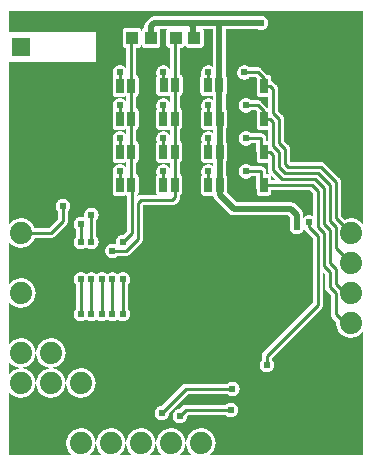
<source format=gbl>
G04 ---------------------------- Layer name :BOTTOM LAYER*
G04 EasyEDA v5.5.15, Tue, 26 Jun 2018 10:07:45 GMT*
G04 6b00658ecf034e76a6cd097d3bdf46c6*
G04 Gerber Generator version 0.2*
G04 Scale: 100 percent, Rotated: No, Reflected: No *
G04 Dimensions in inches *
G04 leading zeros omitted , absolute positions ,2 integer and 4 decimal *
%FSLAX24Y24*%
%MOIN*%
G90*
G70D02*

%ADD10C,0.010000*%
%ADD12C,0.020000*%
%ADD15C,0.024400*%
%ADD20R,0.025000X0.050000*%
%ADD25C,0.074000*%
%ADD26R,0.062000X0.062000*%
%ADD27C,0.098000*%
%ADD28C,0.170000*%
%ADD29R,0.039370X0.043307*%
%ADD30R,0.040000X0.040000*%

%LPD*%
G36*
G01X100Y100D02*
G01X100Y2217D01*
G01X109Y2204D01*
G01X140Y2166D01*
G01X175Y2132D01*
G01X213Y2102D01*
G01X255Y2075D01*
G01X298Y2053D01*
G01X343Y2035D01*
G01X390Y2022D01*
G01X439Y2013D01*
G01X487Y2010D01*
G01X536Y2011D01*
G01X585Y2017D01*
G01X632Y2028D01*
G01X679Y2043D01*
G01X723Y2063D01*
G01X765Y2088D01*
G01X805Y2116D01*
G01X842Y2149D01*
G01X875Y2185D01*
G01X904Y2223D01*
G01X930Y2265D01*
G01X951Y2309D01*
G01X968Y2355D01*
G01X980Y2402D01*
G01X987Y2451D01*
G01X990Y2500D01*
G01X987Y2548D01*
G01X980Y2597D01*
G01X968Y2644D01*
G01X951Y2690D01*
G01X930Y2734D01*
G01X904Y2776D01*
G01X875Y2814D01*
G01X842Y2850D01*
G01X805Y2883D01*
G01X765Y2911D01*
G01X723Y2936D01*
G01X679Y2956D01*
G01X632Y2971D01*
G01X585Y2982D01*
G01X536Y2988D01*
G01X487Y2989D01*
G01X439Y2986D01*
G01X390Y2977D01*
G01X343Y2964D01*
G01X298Y2946D01*
G01X255Y2924D01*
G01X213Y2897D01*
G01X175Y2867D01*
G01X140Y2833D01*
G01X109Y2795D01*
G01X100Y2782D01*
G01X100Y3217D01*
G01X109Y3204D01*
G01X140Y3166D01*
G01X175Y3132D01*
G01X213Y3102D01*
G01X255Y3075D01*
G01X298Y3053D01*
G01X343Y3035D01*
G01X390Y3022D01*
G01X439Y3013D01*
G01X487Y3010D01*
G01X536Y3011D01*
G01X585Y3017D01*
G01X632Y3028D01*
G01X679Y3043D01*
G01X723Y3063D01*
G01X765Y3088D01*
G01X805Y3116D01*
G01X842Y3149D01*
G01X875Y3185D01*
G01X904Y3223D01*
G01X930Y3265D01*
G01X951Y3309D01*
G01X968Y3355D01*
G01X980Y3402D01*
G01X987Y3451D01*
G01X990Y3500D01*
G01X987Y3548D01*
G01X980Y3597D01*
G01X968Y3644D01*
G01X951Y3690D01*
G01X930Y3734D01*
G01X904Y3776D01*
G01X875Y3814D01*
G01X842Y3850D01*
G01X805Y3883D01*
G01X765Y3911D01*
G01X723Y3936D01*
G01X679Y3956D01*
G01X632Y3971D01*
G01X585Y3982D01*
G01X536Y3988D01*
G01X487Y3989D01*
G01X439Y3986D01*
G01X390Y3977D01*
G01X343Y3964D01*
G01X298Y3946D01*
G01X255Y3924D01*
G01X213Y3897D01*
G01X175Y3867D01*
G01X140Y3833D01*
G01X109Y3795D01*
G01X100Y3782D01*
G01X100Y5217D01*
G01X109Y5204D01*
G01X140Y5166D01*
G01X175Y5132D01*
G01X213Y5102D01*
G01X255Y5075D01*
G01X298Y5053D01*
G01X343Y5035D01*
G01X390Y5022D01*
G01X439Y5013D01*
G01X487Y5010D01*
G01X536Y5011D01*
G01X585Y5017D01*
G01X632Y5028D01*
G01X679Y5043D01*
G01X723Y5063D01*
G01X765Y5088D01*
G01X805Y5116D01*
G01X842Y5149D01*
G01X875Y5185D01*
G01X904Y5223D01*
G01X930Y5265D01*
G01X951Y5309D01*
G01X968Y5355D01*
G01X980Y5402D01*
G01X987Y5451D01*
G01X990Y5500D01*
G01X987Y5548D01*
G01X980Y5597D01*
G01X968Y5644D01*
G01X951Y5690D01*
G01X930Y5734D01*
G01X904Y5776D01*
G01X875Y5814D01*
G01X842Y5850D01*
G01X805Y5883D01*
G01X765Y5911D01*
G01X723Y5936D01*
G01X679Y5956D01*
G01X632Y5971D01*
G01X585Y5982D01*
G01X536Y5988D01*
G01X487Y5989D01*
G01X439Y5986D01*
G01X390Y5977D01*
G01X343Y5964D01*
G01X298Y5946D01*
G01X255Y5924D01*
G01X213Y5897D01*
G01X175Y5867D01*
G01X140Y5833D01*
G01X109Y5795D01*
G01X100Y5782D01*
G01X100Y7217D01*
G01X109Y7204D01*
G01X140Y7166D01*
G01X175Y7132D01*
G01X213Y7102D01*
G01X255Y7075D01*
G01X298Y7053D01*
G01X343Y7035D01*
G01X390Y7022D01*
G01X439Y7013D01*
G01X487Y7010D01*
G01X536Y7011D01*
G01X585Y7017D01*
G01X632Y7028D01*
G01X679Y7043D01*
G01X723Y7063D01*
G01X765Y7088D01*
G01X805Y7116D01*
G01X842Y7149D01*
G01X875Y7185D01*
G01X904Y7223D01*
G01X930Y7265D01*
G01X951Y7309D01*
G01X958Y7330D01*
G01X1500Y7330D01*
G01X1505Y7330D01*
G01X1511Y7330D01*
G01X1516Y7330D01*
G01X1522Y7331D01*
G01X1527Y7332D01*
G01X1533Y7333D01*
G01X1538Y7334D01*
G01X1544Y7335D01*
G01X1549Y7337D01*
G01X1554Y7339D01*
G01X1559Y7340D01*
G01X1565Y7342D01*
G01X1570Y7345D01*
G01X1575Y7347D01*
G01X1580Y7350D01*
G01X1584Y7352D01*
G01X1589Y7355D01*
G01X1594Y7358D01*
G01X1599Y7361D01*
G01X1603Y7365D01*
G01X1607Y7368D01*
G01X1612Y7372D01*
G01X1616Y7375D01*
G01X1620Y7379D01*
G01X2020Y7779D01*
G01X2024Y7783D01*
G01X2027Y7787D01*
G01X2031Y7792D01*
G01X2034Y7796D01*
G01X2038Y7800D01*
G01X2041Y7805D01*
G01X2044Y7810D01*
G01X2047Y7815D01*
G01X2049Y7819D01*
G01X2052Y7824D01*
G01X2054Y7829D01*
G01X2057Y7834D01*
G01X2059Y7840D01*
G01X2060Y7845D01*
G01X2062Y7850D01*
G01X2064Y7855D01*
G01X2065Y7861D01*
G01X2066Y7866D01*
G01X2067Y7872D01*
G01X2068Y7877D01*
G01X2069Y7883D01*
G01X2069Y7888D01*
G01X2069Y7894D01*
G01X2069Y7900D01*
G01X2069Y8227D01*
G01X2085Y8244D01*
G01X2099Y8263D01*
G01X2112Y8284D01*
G01X2123Y8305D01*
G01X2131Y8328D01*
G01X2137Y8352D01*
G01X2140Y8375D01*
G01X2142Y8400D01*
G01X2140Y8424D01*
G01X2137Y8447D01*
G01X2131Y8471D01*
G01X2123Y8494D01*
G01X2112Y8515D01*
G01X2099Y8536D01*
G01X2085Y8555D01*
G01X2068Y8573D01*
G01X2050Y8589D01*
G01X2031Y8603D01*
G01X2010Y8615D01*
G01X1988Y8625D01*
G01X1965Y8632D01*
G01X1942Y8638D01*
G01X1918Y8641D01*
G01X1893Y8641D01*
G01X1869Y8640D01*
G01X1846Y8635D01*
G01X1822Y8629D01*
G01X1800Y8620D01*
G01X1778Y8609D01*
G01X1758Y8596D01*
G01X1739Y8581D01*
G01X1722Y8564D01*
G01X1707Y8546D01*
G01X1693Y8526D01*
G01X1681Y8505D01*
G01X1672Y8482D01*
G01X1665Y8459D01*
G01X1660Y8436D01*
G01X1658Y8412D01*
G01X1658Y8387D01*
G01X1660Y8363D01*
G01X1665Y8340D01*
G01X1672Y8317D01*
G01X1681Y8294D01*
G01X1693Y8273D01*
G01X1707Y8253D01*
G01X1722Y8235D01*
G01X1730Y8228D01*
G01X1730Y7970D01*
G01X1429Y7669D01*
G01X958Y7669D01*
G01X951Y7690D01*
G01X930Y7734D01*
G01X904Y7776D01*
G01X875Y7814D01*
G01X842Y7850D01*
G01X805Y7883D01*
G01X765Y7911D01*
G01X723Y7936D01*
G01X679Y7956D01*
G01X632Y7971D01*
G01X585Y7982D01*
G01X536Y7988D01*
G01X487Y7989D01*
G01X439Y7986D01*
G01X390Y7977D01*
G01X343Y7964D01*
G01X298Y7946D01*
G01X255Y7924D01*
G01X213Y7897D01*
G01X175Y7867D01*
G01X140Y7833D01*
G01X109Y7795D01*
G01X100Y7782D01*
G01X100Y13200D01*
G01X3000Y13200D01*
G01X3000Y14200D01*
G01X100Y14200D01*
G01X100Y14900D01*
G01X11900Y14900D01*
G01X11900Y7782D01*
G01X11875Y7814D01*
G01X11842Y7850D01*
G01X11805Y7883D01*
G01X11765Y7911D01*
G01X11723Y7936D01*
G01X11679Y7956D01*
G01X11632Y7971D01*
G01X11585Y7982D01*
G01X11536Y7988D01*
G01X11487Y7989D01*
G01X11439Y7986D01*
G01X11390Y7977D01*
G01X11343Y7964D01*
G01X11298Y7946D01*
G01X11295Y7945D01*
G01X11169Y8070D01*
G01X11169Y9200D01*
G01X11169Y9205D01*
G01X11169Y9211D01*
G01X11169Y9216D01*
G01X11168Y9222D01*
G01X11167Y9227D01*
G01X11166Y9233D01*
G01X11165Y9238D01*
G01X11164Y9244D01*
G01X11162Y9249D01*
G01X11160Y9254D01*
G01X11159Y9259D01*
G01X11157Y9265D01*
G01X11154Y9270D01*
G01X11152Y9275D01*
G01X11149Y9280D01*
G01X11147Y9284D01*
G01X11144Y9289D01*
G01X11141Y9294D01*
G01X11138Y9299D01*
G01X11134Y9303D01*
G01X11131Y9307D01*
G01X11127Y9312D01*
G01X11124Y9316D01*
G01X11120Y9320D01*
G01X10620Y9820D01*
G01X10616Y9824D01*
G01X10612Y9827D01*
G01X10607Y9831D01*
G01X10603Y9834D01*
G01X10599Y9838D01*
G01X10594Y9841D01*
G01X10589Y9844D01*
G01X10585Y9847D01*
G01X10580Y9849D01*
G01X10575Y9852D01*
G01X10570Y9854D01*
G01X10565Y9857D01*
G01X10559Y9859D01*
G01X10554Y9860D01*
G01X10549Y9862D01*
G01X10543Y9864D01*
G01X10538Y9865D01*
G01X10533Y9866D01*
G01X10527Y9867D01*
G01X10522Y9868D01*
G01X10516Y9869D01*
G01X10511Y9869D01*
G01X10505Y9869D01*
G01X10500Y9869D01*
G01X9470Y9869D01*
G01X9469Y9870D01*
G01X9469Y10300D01*
G01X9469Y10305D01*
G01X9469Y10311D01*
G01X9469Y10316D01*
G01X9468Y10322D01*
G01X9467Y10327D01*
G01X9466Y10333D01*
G01X9465Y10338D01*
G01X9464Y10344D01*
G01X9462Y10349D01*
G01X9460Y10354D01*
G01X9459Y10359D01*
G01X9457Y10365D01*
G01X9454Y10370D01*
G01X9452Y10375D01*
G01X9449Y10380D01*
G01X9447Y10384D01*
G01X9444Y10389D01*
G01X9441Y10394D01*
G01X9438Y10399D01*
G01X9434Y10403D01*
G01X9431Y10407D01*
G01X9427Y10412D01*
G01X9424Y10416D01*
G01X9420Y10420D01*
G01X9269Y10570D01*
G01X9269Y11300D01*
G01X9269Y11305D01*
G01X9269Y11311D01*
G01X9269Y11316D01*
G01X9268Y11322D01*
G01X9267Y11327D01*
G01X9266Y11333D01*
G01X9265Y11338D01*
G01X9264Y11344D01*
G01X9262Y11349D01*
G01X9260Y11354D01*
G01X9259Y11359D01*
G01X9257Y11365D01*
G01X9254Y11370D01*
G01X9252Y11375D01*
G01X9249Y11380D01*
G01X9247Y11384D01*
G01X9244Y11389D01*
G01X9241Y11394D01*
G01X9238Y11399D01*
G01X9234Y11403D01*
G01X9231Y11407D01*
G01X9227Y11412D01*
G01X9224Y11416D01*
G01X9220Y11420D01*
G01X9069Y11570D01*
G01X9069Y12300D01*
G01X9069Y12305D01*
G01X9069Y12311D01*
G01X9069Y12316D01*
G01X9068Y12322D01*
G01X9067Y12327D01*
G01X9066Y12333D01*
G01X9065Y12338D01*
G01X9064Y12344D01*
G01X9062Y12349D01*
G01X9060Y12354D01*
G01X9059Y12359D01*
G01X9057Y12365D01*
G01X9054Y12370D01*
G01X9052Y12375D01*
G01X9049Y12380D01*
G01X9047Y12384D01*
G01X9044Y12389D01*
G01X9041Y12394D01*
G01X9038Y12399D01*
G01X9034Y12403D01*
G01X9031Y12407D01*
G01X9027Y12412D01*
G01X9024Y12416D01*
G01X9020Y12420D01*
G01X8920Y12520D01*
G01X8916Y12524D01*
G01X8912Y12527D01*
G01X8907Y12531D01*
G01X8903Y12534D01*
G01X8899Y12538D01*
G01X8894Y12541D01*
G01X8889Y12544D01*
G01X8884Y12547D01*
G01X8880Y12549D01*
G01X8875Y12552D01*
G01X8870Y12554D01*
G01X8865Y12557D01*
G01X8859Y12559D01*
G01X8854Y12560D01*
G01X8849Y12562D01*
G01X8844Y12563D01*
G01X8844Y12650D01*
G01X8844Y12654D01*
G01X8844Y12658D01*
G01X8844Y12663D01*
G01X8843Y12667D01*
G01X8842Y12672D01*
G01X8841Y12676D01*
G01X8840Y12681D01*
G01X8839Y12685D01*
G01X8838Y12689D01*
G01X8836Y12693D01*
G01X8834Y12697D01*
G01X8833Y12702D01*
G01X8831Y12706D01*
G01X8828Y12709D01*
G01X8826Y12713D01*
G01X8824Y12717D01*
G01X8821Y12721D01*
G01X8818Y12724D01*
G01X8815Y12728D01*
G01X8812Y12731D01*
G01X8809Y12734D01*
G01X8806Y12737D01*
G01X8803Y12740D01*
G01X8799Y12743D01*
G01X8796Y12746D01*
G01X8792Y12749D01*
G01X8788Y12751D01*
G01X8784Y12753D01*
G01X8781Y12756D01*
G01X8777Y12758D01*
G01X8772Y12759D01*
G01X8768Y12761D01*
G01X8764Y12763D01*
G01X8760Y12764D01*
G01X8756Y12765D01*
G01X8751Y12766D01*
G01X8747Y12767D01*
G01X8742Y12768D01*
G01X8738Y12769D01*
G01X8733Y12769D01*
G01X8729Y12769D01*
G01X8725Y12769D01*
G01X8720Y12769D01*
G01X8720Y12770D01*
G01X8520Y12970D01*
G01X8516Y12974D01*
G01X8512Y12977D01*
G01X8507Y12981D01*
G01X8503Y12984D01*
G01X8499Y12988D01*
G01X8494Y12991D01*
G01X8489Y12994D01*
G01X8484Y12997D01*
G01X8480Y12999D01*
G01X8475Y13002D01*
G01X8470Y13004D01*
G01X8465Y13007D01*
G01X8459Y13009D01*
G01X8454Y13010D01*
G01X8449Y13012D01*
G01X8444Y13014D01*
G01X8438Y13015D01*
G01X8433Y13016D01*
G01X8427Y13017D01*
G01X8422Y13018D01*
G01X8416Y13019D01*
G01X8411Y13019D01*
G01X8405Y13019D01*
G01X8400Y13019D01*
G01X8121Y13019D01*
G01X8118Y13023D01*
G01X8100Y13039D01*
G01X8081Y13053D01*
G01X8060Y13065D01*
G01X8038Y13075D01*
G01X8015Y13082D01*
G01X7992Y13088D01*
G01X7968Y13091D01*
G01X7943Y13091D01*
G01X7919Y13090D01*
G01X7896Y13085D01*
G01X7872Y13079D01*
G01X7850Y13070D01*
G01X7828Y13059D01*
G01X7808Y13046D01*
G01X7789Y13031D01*
G01X7772Y13014D01*
G01X7757Y12996D01*
G01X7743Y12976D01*
G01X7731Y12955D01*
G01X7722Y12932D01*
G01X7715Y12909D01*
G01X7710Y12886D01*
G01X7708Y12862D01*
G01X7708Y12837D01*
G01X7710Y12813D01*
G01X7715Y12790D01*
G01X7722Y12767D01*
G01X7731Y12744D01*
G01X7743Y12723D01*
G01X7757Y12703D01*
G01X7772Y12685D01*
G01X7789Y12668D01*
G01X7808Y12653D01*
G01X7828Y12640D01*
G01X7850Y12629D01*
G01X7872Y12620D01*
G01X7896Y12614D01*
G01X7919Y12609D01*
G01X7943Y12608D01*
G01X7968Y12608D01*
G01X7992Y12611D01*
G01X8015Y12617D01*
G01X8038Y12624D01*
G01X8060Y12634D01*
G01X8081Y12646D01*
G01X8100Y12660D01*
G01X8118Y12676D01*
G01X8121Y12680D01*
G01X8329Y12680D01*
G01X8355Y12654D01*
G01X8355Y12654D01*
G01X8355Y12650D01*
G01X8355Y12150D01*
G01X8355Y12145D01*
G01X8355Y12141D01*
G01X8355Y12136D01*
G01X8356Y12132D01*
G01X8357Y12127D01*
G01X8358Y12123D01*
G01X8359Y12118D01*
G01X8360Y12114D01*
G01X8361Y12110D01*
G01X8363Y12106D01*
G01X8365Y12102D01*
G01X8366Y12097D01*
G01X8368Y12093D01*
G01X8371Y12090D01*
G01X8373Y12086D01*
G01X8375Y12082D01*
G01X8378Y12078D01*
G01X8381Y12075D01*
G01X8384Y12071D01*
G01X8387Y12068D01*
G01X8390Y12065D01*
G01X8393Y12062D01*
G01X8396Y12059D01*
G01X8400Y12056D01*
G01X8403Y12053D01*
G01X8407Y12050D01*
G01X8411Y12048D01*
G01X8415Y12046D01*
G01X8418Y12043D01*
G01X8422Y12041D01*
G01X8427Y12040D01*
G01X8431Y12038D01*
G01X8435Y12036D01*
G01X8439Y12035D01*
G01X8443Y12034D01*
G01X8448Y12033D01*
G01X8452Y12032D01*
G01X8457Y12031D01*
G01X8461Y12030D01*
G01X8466Y12030D01*
G01X8470Y12030D01*
G01X8475Y12030D01*
G01X8725Y12030D01*
G01X8729Y12030D01*
G01X8730Y12030D01*
G01X8730Y11669D01*
G01X8729Y11669D01*
G01X8725Y11669D01*
G01X8720Y11669D01*
G01X8720Y11670D01*
G01X8520Y11870D01*
G01X8516Y11874D01*
G01X8512Y11877D01*
G01X8507Y11881D01*
G01X8503Y11884D01*
G01X8499Y11888D01*
G01X8494Y11891D01*
G01X8489Y11894D01*
G01X8484Y11897D01*
G01X8480Y11899D01*
G01X8475Y11902D01*
G01X8470Y11904D01*
G01X8465Y11907D01*
G01X8459Y11909D01*
G01X8454Y11910D01*
G01X8449Y11912D01*
G01X8444Y11914D01*
G01X8438Y11915D01*
G01X8433Y11916D01*
G01X8427Y11917D01*
G01X8422Y11918D01*
G01X8416Y11919D01*
G01X8411Y11919D01*
G01X8405Y11919D01*
G01X8400Y11919D01*
G01X8171Y11919D01*
G01X8168Y11923D01*
G01X8150Y11939D01*
G01X8131Y11953D01*
G01X8110Y11965D01*
G01X8088Y11975D01*
G01X8065Y11982D01*
G01X8042Y11988D01*
G01X8018Y11991D01*
G01X7993Y11991D01*
G01X7969Y11990D01*
G01X7946Y11985D01*
G01X7922Y11979D01*
G01X7900Y11970D01*
G01X7878Y11959D01*
G01X7858Y11946D01*
G01X7839Y11931D01*
G01X7822Y11914D01*
G01X7807Y11896D01*
G01X7793Y11876D01*
G01X7781Y11855D01*
G01X7772Y11832D01*
G01X7765Y11809D01*
G01X7760Y11786D01*
G01X7758Y11762D01*
G01X7758Y11737D01*
G01X7760Y11713D01*
G01X7765Y11690D01*
G01X7772Y11667D01*
G01X7781Y11644D01*
G01X7793Y11623D01*
G01X7807Y11603D01*
G01X7822Y11585D01*
G01X7839Y11568D01*
G01X7858Y11553D01*
G01X7878Y11540D01*
G01X7900Y11529D01*
G01X7922Y11520D01*
G01X7946Y11514D01*
G01X7969Y11509D01*
G01X7993Y11508D01*
G01X8018Y11508D01*
G01X8042Y11511D01*
G01X8065Y11517D01*
G01X8088Y11524D01*
G01X8110Y11534D01*
G01X8131Y11546D01*
G01X8150Y11560D01*
G01X8168Y11576D01*
G01X8171Y11580D01*
G01X8329Y11580D01*
G01X8355Y11554D01*
G01X8355Y11554D01*
G01X8355Y11550D01*
G01X8355Y11050D01*
G01X8355Y11045D01*
G01X8355Y11041D01*
G01X8355Y11036D01*
G01X8356Y11032D01*
G01X8357Y11027D01*
G01X8358Y11023D01*
G01X8359Y11018D01*
G01X8360Y11014D01*
G01X8361Y11010D01*
G01X8363Y11006D01*
G01X8365Y11002D01*
G01X8366Y10997D01*
G01X8368Y10993D01*
G01X8371Y10990D01*
G01X8373Y10986D01*
G01X8375Y10982D01*
G01X8378Y10978D01*
G01X8381Y10975D01*
G01X8384Y10971D01*
G01X8387Y10968D01*
G01X8390Y10965D01*
G01X8393Y10962D01*
G01X8396Y10959D01*
G01X8400Y10956D01*
G01X8403Y10953D01*
G01X8407Y10950D01*
G01X8411Y10948D01*
G01X8415Y10946D01*
G01X8418Y10943D01*
G01X8422Y10941D01*
G01X8427Y10940D01*
G01X8431Y10938D01*
G01X8435Y10936D01*
G01X8439Y10935D01*
G01X8443Y10934D01*
G01X8448Y10933D01*
G01X8452Y10932D01*
G01X8457Y10931D01*
G01X8461Y10930D01*
G01X8466Y10930D01*
G01X8470Y10930D01*
G01X8475Y10930D01*
G01X8725Y10930D01*
G01X8729Y10930D01*
G01X8730Y10930D01*
G01X8730Y10569D01*
G01X8729Y10569D01*
G01X8725Y10569D01*
G01X8669Y10569D01*
G01X8669Y10650D01*
G01X8669Y10655D01*
G01X8669Y10660D01*
G01X8669Y10665D01*
G01X8668Y10671D01*
G01X8667Y10676D01*
G01X8666Y10681D01*
G01X8665Y10687D01*
G01X8664Y10692D01*
G01X8663Y10697D01*
G01X8661Y10702D01*
G01X8659Y10707D01*
G01X8658Y10712D01*
G01X8656Y10717D01*
G01X8653Y10722D01*
G01X8651Y10727D01*
G01X8648Y10731D01*
G01X8646Y10736D01*
G01X8643Y10741D01*
G01X8640Y10745D01*
G01X8637Y10749D01*
G01X8634Y10754D01*
G01X8630Y10758D01*
G01X8627Y10762D01*
G01X8623Y10766D01*
G01X8620Y10770D01*
G01X8616Y10773D01*
G01X8612Y10777D01*
G01X8608Y10780D01*
G01X8604Y10784D01*
G01X8599Y10787D01*
G01X8595Y10790D01*
G01X8591Y10793D01*
G01X8586Y10796D01*
G01X8581Y10798D01*
G01X8577Y10801D01*
G01X8572Y10803D01*
G01X8567Y10806D01*
G01X8562Y10808D01*
G01X8557Y10809D01*
G01X8552Y10811D01*
G01X8547Y10813D01*
G01X8542Y10814D01*
G01X8537Y10815D01*
G01X8531Y10816D01*
G01X8526Y10817D01*
G01X8521Y10818D01*
G01X8515Y10819D01*
G01X8510Y10819D01*
G01X8505Y10819D01*
G01X8500Y10819D01*
G01X8171Y10819D01*
G01X8168Y10823D01*
G01X8150Y10839D01*
G01X8131Y10853D01*
G01X8110Y10865D01*
G01X8088Y10875D01*
G01X8065Y10882D01*
G01X8042Y10888D01*
G01X8018Y10891D01*
G01X7993Y10891D01*
G01X7969Y10890D01*
G01X7946Y10885D01*
G01X7922Y10879D01*
G01X7900Y10870D01*
G01X7878Y10859D01*
G01X7858Y10846D01*
G01X7839Y10831D01*
G01X7822Y10814D01*
G01X7807Y10796D01*
G01X7793Y10776D01*
G01X7781Y10755D01*
G01X7772Y10732D01*
G01X7765Y10709D01*
G01X7760Y10686D01*
G01X7758Y10662D01*
G01X7758Y10637D01*
G01X7760Y10613D01*
G01X7765Y10590D01*
G01X7772Y10567D01*
G01X7781Y10544D01*
G01X7793Y10523D01*
G01X7807Y10503D01*
G01X7822Y10485D01*
G01X7839Y10468D01*
G01X7858Y10453D01*
G01X7878Y10440D01*
G01X7900Y10429D01*
G01X7922Y10420D01*
G01X7946Y10414D01*
G01X7969Y10409D01*
G01X7993Y10408D01*
G01X8018Y10408D01*
G01X8042Y10411D01*
G01X8065Y10417D01*
G01X8088Y10424D01*
G01X8110Y10434D01*
G01X8131Y10446D01*
G01X8150Y10460D01*
G01X8168Y10476D01*
G01X8171Y10480D01*
G01X8330Y10480D01*
G01X8330Y10300D01*
G01X8330Y10294D01*
G01X8330Y10288D01*
G01X8330Y10283D01*
G01X8331Y10277D01*
G01X8332Y10272D01*
G01X8333Y10266D01*
G01X8334Y10261D01*
G01X8335Y10255D01*
G01X8337Y10250D01*
G01X8339Y10245D01*
G01X8340Y10240D01*
G01X8342Y10234D01*
G01X8345Y10229D01*
G01X8347Y10224D01*
G01X8350Y10219D01*
G01X8352Y10215D01*
G01X8355Y10211D01*
G01X8355Y9950D01*
G01X8355Y9945D01*
G01X8355Y9941D01*
G01X8355Y9936D01*
G01X8356Y9932D01*
G01X8357Y9927D01*
G01X8358Y9923D01*
G01X8359Y9918D01*
G01X8360Y9914D01*
G01X8361Y9910D01*
G01X8363Y9906D01*
G01X8365Y9902D01*
G01X8366Y9897D01*
G01X8368Y9893D01*
G01X8371Y9890D01*
G01X8373Y9886D01*
G01X8375Y9882D01*
G01X8378Y9878D01*
G01X8381Y9875D01*
G01X8384Y9871D01*
G01X8387Y9868D01*
G01X8390Y9865D01*
G01X8393Y9862D01*
G01X8396Y9859D01*
G01X8400Y9856D01*
G01X8403Y9853D01*
G01X8407Y9850D01*
G01X8411Y9848D01*
G01X8415Y9846D01*
G01X8418Y9843D01*
G01X8422Y9841D01*
G01X8427Y9840D01*
G01X8431Y9838D01*
G01X8435Y9836D01*
G01X8439Y9835D01*
G01X8443Y9834D01*
G01X8448Y9833D01*
G01X8452Y9832D01*
G01X8457Y9831D01*
G01X8461Y9830D01*
G01X8466Y9830D01*
G01X8470Y9830D01*
G01X8475Y9830D01*
G01X8725Y9830D01*
G01X8729Y9830D01*
G01X8730Y9830D01*
G01X8730Y9600D01*
G01X8730Y9594D01*
G01X8730Y9588D01*
G01X8730Y9583D01*
G01X8731Y9577D01*
G01X8732Y9572D01*
G01X8733Y9566D01*
G01X8734Y9561D01*
G01X8735Y9555D01*
G01X8737Y9550D01*
G01X8739Y9545D01*
G01X8740Y9540D01*
G01X8742Y9534D01*
G01X8745Y9529D01*
G01X8747Y9524D01*
G01X8750Y9519D01*
G01X8752Y9515D01*
G01X8755Y9510D01*
G01X8758Y9505D01*
G01X8761Y9500D01*
G01X8765Y9496D01*
G01X8768Y9492D01*
G01X8772Y9487D01*
G01X8775Y9483D01*
G01X8779Y9479D01*
G01X8989Y9269D01*
G01X8844Y9269D01*
G01X8844Y9350D01*
G01X8844Y9354D01*
G01X8844Y9358D01*
G01X8844Y9363D01*
G01X8843Y9367D01*
G01X8842Y9372D01*
G01X8841Y9376D01*
G01X8840Y9381D01*
G01X8839Y9385D01*
G01X8838Y9389D01*
G01X8836Y9393D01*
G01X8834Y9397D01*
G01X8833Y9402D01*
G01X8831Y9406D01*
G01X8828Y9409D01*
G01X8826Y9413D01*
G01X8824Y9417D01*
G01X8821Y9421D01*
G01X8818Y9424D01*
G01X8815Y9428D01*
G01X8812Y9431D01*
G01X8809Y9434D01*
G01X8806Y9437D01*
G01X8803Y9440D01*
G01X8799Y9443D01*
G01X8796Y9446D01*
G01X8792Y9449D01*
G01X8788Y9451D01*
G01X8784Y9453D01*
G01X8781Y9456D01*
G01X8777Y9458D01*
G01X8772Y9459D01*
G01X8768Y9461D01*
G01X8764Y9463D01*
G01X8760Y9464D01*
G01X8756Y9465D01*
G01X8751Y9466D01*
G01X8747Y9467D01*
G01X8742Y9468D01*
G01X8738Y9469D01*
G01X8733Y9469D01*
G01X8729Y9469D01*
G01X8725Y9469D01*
G01X8669Y9469D01*
G01X8669Y9550D01*
G01X8669Y9555D01*
G01X8669Y9560D01*
G01X8669Y9565D01*
G01X8668Y9571D01*
G01X8667Y9576D01*
G01X8666Y9581D01*
G01X8665Y9587D01*
G01X8664Y9592D01*
G01X8663Y9597D01*
G01X8661Y9602D01*
G01X8659Y9607D01*
G01X8658Y9612D01*
G01X8656Y9617D01*
G01X8653Y9622D01*
G01X8651Y9627D01*
G01X8648Y9631D01*
G01X8646Y9636D01*
G01X8643Y9641D01*
G01X8640Y9645D01*
G01X8637Y9649D01*
G01X8634Y9654D01*
G01X8630Y9658D01*
G01X8627Y9662D01*
G01X8623Y9666D01*
G01X8620Y9670D01*
G01X8616Y9673D01*
G01X8612Y9677D01*
G01X8608Y9680D01*
G01X8604Y9684D01*
G01X8599Y9687D01*
G01X8595Y9690D01*
G01X8591Y9693D01*
G01X8586Y9696D01*
G01X8581Y9698D01*
G01X8577Y9701D01*
G01X8572Y9703D01*
G01X8567Y9706D01*
G01X8562Y9708D01*
G01X8557Y9709D01*
G01X8552Y9711D01*
G01X8547Y9713D01*
G01X8542Y9714D01*
G01X8537Y9715D01*
G01X8531Y9716D01*
G01X8526Y9717D01*
G01X8521Y9718D01*
G01X8515Y9719D01*
G01X8510Y9719D01*
G01X8505Y9719D01*
G01X8500Y9719D01*
G01X8171Y9719D01*
G01X8168Y9723D01*
G01X8150Y9739D01*
G01X8131Y9753D01*
G01X8110Y9765D01*
G01X8088Y9775D01*
G01X8065Y9782D01*
G01X8042Y9788D01*
G01X8018Y9791D01*
G01X7993Y9791D01*
G01X7969Y9790D01*
G01X7946Y9785D01*
G01X7922Y9779D01*
G01X7900Y9770D01*
G01X7878Y9759D01*
G01X7858Y9746D01*
G01X7839Y9731D01*
G01X7822Y9714D01*
G01X7807Y9696D01*
G01X7793Y9676D01*
G01X7781Y9655D01*
G01X7772Y9632D01*
G01X7765Y9609D01*
G01X7760Y9586D01*
G01X7758Y9562D01*
G01X7758Y9537D01*
G01X7760Y9513D01*
G01X7765Y9490D01*
G01X7772Y9467D01*
G01X7781Y9444D01*
G01X7793Y9423D01*
G01X7807Y9403D01*
G01X7822Y9385D01*
G01X7839Y9368D01*
G01X7858Y9353D01*
G01X7878Y9340D01*
G01X7900Y9329D01*
G01X7922Y9320D01*
G01X7946Y9314D01*
G01X7969Y9309D01*
G01X7993Y9308D01*
G01X8018Y9308D01*
G01X8042Y9311D01*
G01X8065Y9317D01*
G01X8088Y9324D01*
G01X8110Y9334D01*
G01X8131Y9346D01*
G01X8150Y9360D01*
G01X8168Y9376D01*
G01X8171Y9380D01*
G01X8330Y9380D01*
G01X8330Y9050D01*
G01X8330Y9041D01*
G01X8330Y9033D01*
G01X8331Y9024D01*
G01X8333Y9016D01*
G01X8335Y9008D01*
G01X8337Y8999D01*
G01X8340Y8991D01*
G01X8343Y8983D01*
G01X8346Y8976D01*
G01X8350Y8968D01*
G01X8354Y8961D01*
G01X8355Y8961D01*
G01X8355Y8850D01*
G01X8355Y8845D01*
G01X8355Y8841D01*
G01X8355Y8836D01*
G01X8356Y8832D01*
G01X8357Y8827D01*
G01X8358Y8823D01*
G01X8359Y8818D01*
G01X8360Y8814D01*
G01X8361Y8810D01*
G01X8363Y8806D01*
G01X8365Y8802D01*
G01X8366Y8797D01*
G01X8368Y8793D01*
G01X8371Y8790D01*
G01X8373Y8786D01*
G01X8375Y8782D01*
G01X8378Y8778D01*
G01X8381Y8775D01*
G01X8384Y8771D01*
G01X8387Y8768D01*
G01X8390Y8765D01*
G01X8393Y8762D01*
G01X8396Y8759D01*
G01X8400Y8756D01*
G01X8403Y8753D01*
G01X8407Y8750D01*
G01X8411Y8748D01*
G01X8415Y8746D01*
G01X8418Y8743D01*
G01X8422Y8741D01*
G01X8427Y8740D01*
G01X8431Y8738D01*
G01X8435Y8736D01*
G01X8439Y8735D01*
G01X8443Y8734D01*
G01X8448Y8733D01*
G01X8452Y8732D01*
G01X8457Y8731D01*
G01X8461Y8730D01*
G01X8466Y8730D01*
G01X8470Y8730D01*
G01X8475Y8730D01*
G01X8725Y8730D01*
G01X8729Y8730D01*
G01X8733Y8730D01*
G01X8738Y8730D01*
G01X8742Y8731D01*
G01X8747Y8732D01*
G01X8751Y8733D01*
G01X8756Y8734D01*
G01X8760Y8735D01*
G01X8764Y8736D01*
G01X8768Y8738D01*
G01X8772Y8740D01*
G01X8777Y8741D01*
G01X8781Y8743D01*
G01X8784Y8746D01*
G01X8788Y8748D01*
G01X8792Y8750D01*
G01X8796Y8753D01*
G01X8799Y8756D01*
G01X8803Y8759D01*
G01X8806Y8762D01*
G01X8809Y8765D01*
G01X8812Y8768D01*
G01X8815Y8771D01*
G01X8818Y8775D01*
G01X8821Y8778D01*
G01X8824Y8782D01*
G01X8826Y8786D01*
G01X8828Y8790D01*
G01X8831Y8793D01*
G01X8833Y8797D01*
G01X8834Y8802D01*
G01X8836Y8806D01*
G01X8838Y8810D01*
G01X8839Y8814D01*
G01X8840Y8818D01*
G01X8841Y8823D01*
G01X8842Y8827D01*
G01X8843Y8832D01*
G01X8844Y8836D01*
G01X8844Y8841D01*
G01X8844Y8845D01*
G01X8844Y8850D01*
G01X8844Y8930D01*
G01X10129Y8930D01*
G01X10230Y8829D01*
G01X10230Y8054D01*
G01X10210Y8065D01*
G01X10188Y8075D01*
G01X10165Y8082D01*
G01X10142Y8088D01*
G01X10118Y8091D01*
G01X10093Y8091D01*
G01X10069Y8090D01*
G01X10046Y8085D01*
G01X10022Y8079D01*
G01X10000Y8070D01*
G01X9978Y8059D01*
G01X9958Y8046D01*
G01X9939Y8031D01*
G01X9922Y8014D01*
G01X9919Y8011D01*
G01X9919Y8100D01*
G01X9919Y8106D01*
G01X9919Y8112D01*
G01X9919Y8118D01*
G01X9918Y8124D01*
G01X9917Y8130D01*
G01X9916Y8136D01*
G01X9915Y8142D01*
G01X9914Y8148D01*
G01X9913Y8154D01*
G01X9911Y8160D01*
G01X9909Y8166D01*
G01X9907Y8172D01*
G01X9905Y8178D01*
G01X9903Y8184D01*
G01X9900Y8189D01*
G01X9898Y8195D01*
G01X9895Y8200D01*
G01X9892Y8206D01*
G01X9889Y8211D01*
G01X9886Y8217D01*
G01X9882Y8222D01*
G01X9879Y8227D01*
G01X9875Y8232D01*
G01X9872Y8237D01*
G01X9868Y8241D01*
G01X9864Y8246D01*
G01X9859Y8251D01*
G01X9855Y8255D01*
G01X9655Y8455D01*
G01X9651Y8459D01*
G01X9646Y8464D01*
G01X9641Y8468D01*
G01X9637Y8471D01*
G01X9632Y8475D01*
G01X9627Y8479D01*
G01X9622Y8482D01*
G01X9617Y8486D01*
G01X9611Y8489D01*
G01X9606Y8492D01*
G01X9600Y8495D01*
G01X9595Y8498D01*
G01X9589Y8500D01*
G01X9584Y8503D01*
G01X9578Y8505D01*
G01X9572Y8507D01*
G01X9566Y8509D01*
G01X9560Y8511D01*
G01X9554Y8513D01*
G01X9548Y8514D01*
G01X9542Y8515D01*
G01X9536Y8516D01*
G01X9530Y8517D01*
G01X9524Y8518D01*
G01X9518Y8519D01*
G01X9512Y8519D01*
G01X9506Y8519D01*
G01X9500Y8519D01*
G01X7691Y8519D01*
G01X7374Y8836D01*
G01X7374Y8841D01*
G01X7374Y8845D01*
G01X7375Y8850D01*
G01X7375Y9350D01*
G01X7374Y9354D01*
G01X7374Y9358D01*
G01X7374Y9363D01*
G01X7373Y9367D01*
G01X7372Y9372D01*
G01X7371Y9376D01*
G01X7370Y9381D01*
G01X7369Y9385D01*
G01X7368Y9389D01*
G01X7366Y9393D01*
G01X7364Y9397D01*
G01X7363Y9402D01*
G01X7361Y9406D01*
G01X7358Y9409D01*
G01X7356Y9413D01*
G01X7354Y9417D01*
G01X7351Y9421D01*
G01X7350Y9423D01*
G01X7350Y9876D01*
G01X7351Y9878D01*
G01X7354Y9882D01*
G01X7356Y9886D01*
G01X7358Y9890D01*
G01X7361Y9893D01*
G01X7363Y9897D01*
G01X7364Y9902D01*
G01X7366Y9906D01*
G01X7368Y9910D01*
G01X7369Y9914D01*
G01X7370Y9918D01*
G01X7371Y9923D01*
G01X7372Y9927D01*
G01X7373Y9932D01*
G01X7374Y9936D01*
G01X7374Y9941D01*
G01X7374Y9945D01*
G01X7375Y9950D01*
G01X7375Y10450D01*
G01X7374Y10454D01*
G01X7374Y10458D01*
G01X7374Y10463D01*
G01X7373Y10467D01*
G01X7372Y10472D01*
G01X7371Y10476D01*
G01X7370Y10481D01*
G01X7369Y10485D01*
G01X7368Y10489D01*
G01X7366Y10493D01*
G01X7364Y10497D01*
G01X7363Y10502D01*
G01X7361Y10506D01*
G01X7358Y10509D01*
G01X7356Y10513D01*
G01X7354Y10517D01*
G01X7351Y10521D01*
G01X7350Y10523D01*
G01X7350Y10976D01*
G01X7351Y10978D01*
G01X7354Y10982D01*
G01X7356Y10986D01*
G01X7358Y10990D01*
G01X7361Y10993D01*
G01X7363Y10997D01*
G01X7364Y11002D01*
G01X7366Y11006D01*
G01X7368Y11010D01*
G01X7369Y11014D01*
G01X7370Y11018D01*
G01X7371Y11023D01*
G01X7372Y11027D01*
G01X7373Y11032D01*
G01X7374Y11036D01*
G01X7374Y11041D01*
G01X7374Y11045D01*
G01X7375Y11050D01*
G01X7375Y11550D01*
G01X7374Y11554D01*
G01X7374Y11558D01*
G01X7374Y11563D01*
G01X7373Y11567D01*
G01X7372Y11572D01*
G01X7371Y11576D01*
G01X7370Y11581D01*
G01X7369Y11585D01*
G01X7368Y11589D01*
G01X7366Y11593D01*
G01X7364Y11597D01*
G01X7363Y11602D01*
G01X7361Y11606D01*
G01X7358Y11609D01*
G01X7356Y11613D01*
G01X7354Y11617D01*
G01X7351Y11621D01*
G01X7348Y11624D01*
G01X7345Y11628D01*
G01X7342Y11631D01*
G01X7339Y11634D01*
G01X7336Y11637D01*
G01X7333Y11640D01*
G01X7332Y11641D01*
G01X7332Y12094D01*
G01X7334Y12096D01*
G01X7337Y12100D01*
G01X7339Y12104D01*
G01X7341Y12107D01*
G01X7344Y12111D01*
G01X7346Y12115D01*
G01X7347Y12120D01*
G01X7349Y12124D01*
G01X7351Y12128D01*
G01X7352Y12132D01*
G01X7353Y12136D01*
G01X7354Y12141D01*
G01X7355Y12145D01*
G01X7356Y12150D01*
G01X7357Y12154D01*
G01X7357Y12159D01*
G01X7357Y12163D01*
G01X7357Y12167D01*
G01X7357Y12667D01*
G01X7357Y12672D01*
G01X7357Y12676D01*
G01X7357Y12681D01*
G01X7356Y12685D01*
G01X7355Y12690D01*
G01X7354Y12694D01*
G01X7353Y12699D01*
G01X7352Y12703D01*
G01X7351Y12707D01*
G01X7349Y12711D01*
G01X7347Y12715D01*
G01X7346Y12720D01*
G01X7344Y12724D01*
G01X7341Y12728D01*
G01X7339Y12731D01*
G01X7337Y12735D01*
G01X7334Y12739D01*
G01X7332Y12741D01*
G01X7332Y14280D01*
G01X8399Y14280D01*
G01X8400Y14279D01*
G01X8422Y14270D01*
G01X8446Y14264D01*
G01X8469Y14259D01*
G01X8493Y14258D01*
G01X8518Y14258D01*
G01X8542Y14261D01*
G01X8565Y14267D01*
G01X8588Y14274D01*
G01X8610Y14284D01*
G01X8631Y14296D01*
G01X8650Y14310D01*
G01X8668Y14326D01*
G01X8685Y14344D01*
G01X8699Y14363D01*
G01X8712Y14384D01*
G01X8723Y14405D01*
G01X8731Y14428D01*
G01X8737Y14452D01*
G01X8740Y14475D01*
G01X8742Y14500D01*
G01X8740Y14524D01*
G01X8737Y14547D01*
G01X8731Y14571D01*
G01X8723Y14594D01*
G01X8712Y14615D01*
G01X8699Y14636D01*
G01X8685Y14655D01*
G01X8668Y14673D01*
G01X8650Y14689D01*
G01X8631Y14703D01*
G01X8610Y14715D01*
G01X8588Y14725D01*
G01X8565Y14732D01*
G01X8542Y14738D01*
G01X8518Y14741D01*
G01X8493Y14741D01*
G01X8469Y14740D01*
G01X8446Y14735D01*
G01X8422Y14729D01*
G01X8400Y14720D01*
G01X8399Y14719D01*
G01X4950Y14719D01*
G01X4943Y14719D01*
G01X4937Y14719D01*
G01X4931Y14719D01*
G01X4925Y14718D01*
G01X4919Y14717D01*
G01X4913Y14716D01*
G01X4907Y14715D01*
G01X4901Y14714D01*
G01X4895Y14713D01*
G01X4889Y14711D01*
G01X4883Y14709D01*
G01X4877Y14707D01*
G01X4871Y14705D01*
G01X4865Y14703D01*
G01X4860Y14700D01*
G01X4854Y14698D01*
G01X4849Y14695D01*
G01X4843Y14692D01*
G01X4838Y14689D01*
G01X4832Y14686D01*
G01X4827Y14682D01*
G01X4822Y14679D01*
G01X4817Y14675D01*
G01X4812Y14671D01*
G01X4808Y14668D01*
G01X4803Y14664D01*
G01X4798Y14659D01*
G01X4794Y14655D01*
G01X4680Y14541D01*
G01X4676Y14537D01*
G01X4671Y14532D01*
G01X4667Y14527D01*
G01X4663Y14523D01*
G01X4660Y14518D01*
G01X4656Y14513D01*
G01X4653Y14508D01*
G01X4649Y14503D01*
G01X4646Y14497D01*
G01X4643Y14492D01*
G01X4640Y14486D01*
G01X4637Y14481D01*
G01X4635Y14475D01*
G01X4632Y14470D01*
G01X4630Y14464D01*
G01X4628Y14458D01*
G01X4626Y14452D01*
G01X4624Y14446D01*
G01X4622Y14440D01*
G01X4621Y14434D01*
G01X4620Y14428D01*
G01X4619Y14422D01*
G01X4618Y14416D01*
G01X4617Y14410D01*
G01X4616Y14404D01*
G01X4616Y14398D01*
G01X4616Y14392D01*
G01X4615Y14386D01*
G01X4615Y14334D01*
G01X4612Y14333D01*
G01X4607Y14332D01*
G01X4603Y14331D01*
G01X4599Y14329D01*
G01X4595Y14328D01*
G01X4591Y14326D01*
G01X4586Y14324D01*
G01X4582Y14322D01*
G01X4578Y14320D01*
G01X4575Y14318D01*
G01X4571Y14315D01*
G01X4567Y14313D01*
G01X4564Y14310D01*
G01X4560Y14307D01*
G01X4557Y14304D01*
G01X4554Y14301D01*
G01X4551Y14298D01*
G01X4548Y14294D01*
G01X4545Y14291D01*
G01X4542Y14287D01*
G01X4539Y14284D01*
G01X4537Y14280D01*
G01X4535Y14276D01*
G01X4532Y14272D01*
G01X4530Y14268D01*
G01X4529Y14264D01*
G01X4527Y14260D01*
G01X4525Y14256D01*
G01X4524Y14251D01*
G01X4523Y14247D01*
G01X4522Y14243D01*
G01X4521Y14238D01*
G01X4520Y14238D01*
G01X4520Y14238D01*
G01X4519Y14243D01*
G01X4518Y14247D01*
G01X4517Y14251D01*
G01X4516Y14256D01*
G01X4514Y14260D01*
G01X4512Y14264D01*
G01X4511Y14268D01*
G01X4508Y14272D01*
G01X4506Y14276D01*
G01X4504Y14280D01*
G01X4502Y14284D01*
G01X4499Y14287D01*
G01X4496Y14291D01*
G01X4493Y14294D01*
G01X4490Y14298D01*
G01X4487Y14301D01*
G01X4484Y14304D01*
G01X4481Y14307D01*
G01X4477Y14310D01*
G01X4474Y14313D01*
G01X4470Y14315D01*
G01X4466Y14318D01*
G01X4462Y14320D01*
G01X4458Y14322D01*
G01X4454Y14324D01*
G01X4450Y14326D01*
G01X4446Y14328D01*
G01X4442Y14329D01*
G01X4438Y14331D01*
G01X4433Y14332D01*
G01X4429Y14333D01*
G01X4425Y14334D01*
G01X4420Y14335D01*
G01X4416Y14335D01*
G01X4411Y14336D01*
G01X4407Y14336D01*
G01X4402Y14336D01*
G01X4009Y14336D01*
G01X4004Y14336D01*
G01X4000Y14336D01*
G01X3995Y14335D01*
G01X3991Y14335D01*
G01X3986Y14334D01*
G01X3982Y14333D01*
G01X3978Y14332D01*
G01X3973Y14331D01*
G01X3969Y14329D01*
G01X3965Y14328D01*
G01X3961Y14326D01*
G01X3957Y14324D01*
G01X3953Y14322D01*
G01X3949Y14320D01*
G01X3945Y14318D01*
G01X3941Y14315D01*
G01X3937Y14313D01*
G01X3934Y14310D01*
G01X3930Y14307D01*
G01X3927Y14304D01*
G01X3924Y14301D01*
G01X3921Y14298D01*
G01X3918Y14294D01*
G01X3915Y14291D01*
G01X3912Y14287D01*
G01X3910Y14284D01*
G01X3907Y14280D01*
G01X3905Y14276D01*
G01X3903Y14272D01*
G01X3901Y14268D01*
G01X3899Y14264D01*
G01X3897Y14260D01*
G01X3895Y14256D01*
G01X3894Y14251D01*
G01X3893Y14247D01*
G01X3892Y14243D01*
G01X3891Y14238D01*
G01X3890Y14234D01*
G01X3889Y14230D01*
G01X3889Y14225D01*
G01X3889Y14221D01*
G01X3889Y14216D01*
G01X3889Y13783D01*
G01X3889Y13779D01*
G01X3889Y13774D01*
G01X3889Y13770D01*
G01X3890Y13765D01*
G01X3891Y13761D01*
G01X3892Y13756D01*
G01X3893Y13752D01*
G01X3894Y13748D01*
G01X3895Y13743D01*
G01X3897Y13739D01*
G01X3899Y13735D01*
G01X3901Y13731D01*
G01X3903Y13727D01*
G01X3905Y13723D01*
G01X3907Y13719D01*
G01X3910Y13715D01*
G01X3912Y13712D01*
G01X3915Y13708D01*
G01X3918Y13705D01*
G01X3921Y13701D01*
G01X3924Y13698D01*
G01X3927Y13695D01*
G01X3930Y13692D01*
G01X3934Y13689D01*
G01X3937Y13687D01*
G01X3941Y13684D01*
G01X3945Y13681D01*
G01X3949Y13679D01*
G01X3953Y13677D01*
G01X3957Y13675D01*
G01X3961Y13673D01*
G01X3965Y13671D01*
G01X3969Y13670D01*
G01X3973Y13668D01*
G01X3978Y13667D01*
G01X3982Y13666D01*
G01X3986Y13665D01*
G01X3991Y13664D01*
G01X3995Y13664D01*
G01X4000Y13663D01*
G01X4004Y13663D01*
G01X4009Y13663D01*
G01X4009Y13663D01*
G01X4009Y12969D01*
G01X3999Y12986D01*
G01X3985Y13005D01*
G01X3968Y13023D01*
G01X3950Y13039D01*
G01X3931Y13053D01*
G01X3910Y13065D01*
G01X3888Y13075D01*
G01X3865Y13082D01*
G01X3842Y13088D01*
G01X3818Y13091D01*
G01X3793Y13091D01*
G01X3769Y13090D01*
G01X3746Y13085D01*
G01X3722Y13079D01*
G01X3700Y13070D01*
G01X3678Y13059D01*
G01X3658Y13046D01*
G01X3639Y13031D01*
G01X3622Y13014D01*
G01X3607Y12996D01*
G01X3593Y12976D01*
G01X3581Y12955D01*
G01X3572Y12932D01*
G01X3565Y12909D01*
G01X3560Y12886D01*
G01X3558Y12862D01*
G01X3558Y12837D01*
G01X3560Y12813D01*
G01X3565Y12790D01*
G01X3572Y12767D01*
G01X3581Y12744D01*
G01X3588Y12733D01*
G01X3587Y12731D01*
G01X3584Y12728D01*
G01X3581Y12724D01*
G01X3578Y12721D01*
G01X3575Y12717D01*
G01X3573Y12713D01*
G01X3571Y12709D01*
G01X3568Y12706D01*
G01X3566Y12702D01*
G01X3565Y12697D01*
G01X3563Y12693D01*
G01X3561Y12689D01*
G01X3560Y12685D01*
G01X3559Y12681D01*
G01X3558Y12676D01*
G01X3557Y12672D01*
G01X3556Y12667D01*
G01X3555Y12663D01*
G01X3555Y12658D01*
G01X3555Y12654D01*
G01X3555Y12650D01*
G01X3555Y12150D01*
G01X3555Y12145D01*
G01X3555Y12141D01*
G01X3555Y12136D01*
G01X3556Y12132D01*
G01X3557Y12127D01*
G01X3558Y12123D01*
G01X3559Y12118D01*
G01X3560Y12114D01*
G01X3561Y12110D01*
G01X3563Y12106D01*
G01X3565Y12102D01*
G01X3566Y12097D01*
G01X3568Y12093D01*
G01X3571Y12090D01*
G01X3573Y12086D01*
G01X3575Y12082D01*
G01X3578Y12078D01*
G01X3581Y12075D01*
G01X3584Y12071D01*
G01X3587Y12068D01*
G01X3590Y12065D01*
G01X3593Y12062D01*
G01X3596Y12059D01*
G01X3600Y12056D01*
G01X3603Y12053D01*
G01X3607Y12050D01*
G01X3611Y12048D01*
G01X3615Y12046D01*
G01X3618Y12043D01*
G01X3622Y12041D01*
G01X3627Y12040D01*
G01X3631Y12038D01*
G01X3635Y12036D01*
G01X3639Y12035D01*
G01X3643Y12034D01*
G01X3648Y12033D01*
G01X3652Y12032D01*
G01X3657Y12031D01*
G01X3661Y12030D01*
G01X3666Y12030D01*
G01X3670Y12030D01*
G01X3675Y12030D01*
G01X3925Y12030D01*
G01X3929Y12030D01*
G01X3933Y12030D01*
G01X3938Y12030D01*
G01X3942Y12031D01*
G01X3947Y12032D01*
G01X3951Y12033D01*
G01X3956Y12034D01*
G01X3960Y12035D01*
G01X3964Y12036D01*
G01X3968Y12038D01*
G01X3972Y12040D01*
G01X3977Y12041D01*
G01X3981Y12043D01*
G01X3984Y12046D01*
G01X3988Y12048D01*
G01X3990Y12049D01*
G01X3991Y12048D01*
G01X3994Y12046D01*
G01X3998Y12043D01*
G01X4002Y12041D01*
G01X4007Y12040D01*
G01X4009Y12038D01*
G01X4009Y11869D01*
G01X3999Y11886D01*
G01X3985Y11905D01*
G01X3968Y11923D01*
G01X3950Y11939D01*
G01X3931Y11953D01*
G01X3910Y11965D01*
G01X3888Y11975D01*
G01X3865Y11982D01*
G01X3842Y11988D01*
G01X3818Y11991D01*
G01X3793Y11991D01*
G01X3769Y11990D01*
G01X3746Y11985D01*
G01X3722Y11979D01*
G01X3700Y11970D01*
G01X3678Y11959D01*
G01X3658Y11946D01*
G01X3639Y11931D01*
G01X3622Y11914D01*
G01X3607Y11896D01*
G01X3593Y11876D01*
G01X3581Y11855D01*
G01X3572Y11832D01*
G01X3565Y11809D01*
G01X3560Y11786D01*
G01X3558Y11762D01*
G01X3558Y11737D01*
G01X3560Y11713D01*
G01X3565Y11690D01*
G01X3572Y11667D01*
G01X3581Y11644D01*
G01X3588Y11633D01*
G01X3587Y11631D01*
G01X3584Y11628D01*
G01X3581Y11624D01*
G01X3578Y11621D01*
G01X3575Y11617D01*
G01X3573Y11613D01*
G01X3571Y11609D01*
G01X3568Y11606D01*
G01X3566Y11602D01*
G01X3565Y11597D01*
G01X3563Y11593D01*
G01X3561Y11589D01*
G01X3560Y11585D01*
G01X3559Y11581D01*
G01X3558Y11576D01*
G01X3557Y11572D01*
G01X3556Y11567D01*
G01X3555Y11563D01*
G01X3555Y11558D01*
G01X3555Y11554D01*
G01X3555Y11550D01*
G01X3555Y11050D01*
G01X3555Y11045D01*
G01X3555Y11041D01*
G01X3555Y11036D01*
G01X3556Y11032D01*
G01X3557Y11027D01*
G01X3558Y11023D01*
G01X3559Y11018D01*
G01X3560Y11014D01*
G01X3561Y11010D01*
G01X3563Y11006D01*
G01X3565Y11002D01*
G01X3566Y10997D01*
G01X3568Y10993D01*
G01X3571Y10990D01*
G01X3573Y10986D01*
G01X3575Y10982D01*
G01X3578Y10978D01*
G01X3581Y10975D01*
G01X3584Y10971D01*
G01X3587Y10968D01*
G01X3590Y10965D01*
G01X3593Y10962D01*
G01X3596Y10959D01*
G01X3600Y10956D01*
G01X3603Y10953D01*
G01X3607Y10950D01*
G01X3611Y10948D01*
G01X3615Y10946D01*
G01X3618Y10943D01*
G01X3622Y10941D01*
G01X3627Y10940D01*
G01X3631Y10938D01*
G01X3635Y10936D01*
G01X3639Y10935D01*
G01X3643Y10934D01*
G01X3648Y10933D01*
G01X3652Y10932D01*
G01X3657Y10931D01*
G01X3661Y10930D01*
G01X3666Y10930D01*
G01X3670Y10930D01*
G01X3675Y10930D01*
G01X3925Y10930D01*
G01X3929Y10930D01*
G01X3933Y10930D01*
G01X3938Y10930D01*
G01X3942Y10931D01*
G01X3947Y10932D01*
G01X3951Y10933D01*
G01X3956Y10934D01*
G01X3960Y10935D01*
G01X3964Y10936D01*
G01X3968Y10938D01*
G01X3972Y10940D01*
G01X3977Y10941D01*
G01X3981Y10943D01*
G01X3984Y10946D01*
G01X3988Y10948D01*
G01X3990Y10949D01*
G01X3991Y10948D01*
G01X3994Y10946D01*
G01X3998Y10943D01*
G01X4002Y10941D01*
G01X4007Y10940D01*
G01X4009Y10938D01*
G01X4009Y10769D01*
G01X3999Y10786D01*
G01X3985Y10805D01*
G01X3968Y10823D01*
G01X3950Y10839D01*
G01X3931Y10853D01*
G01X3910Y10865D01*
G01X3888Y10875D01*
G01X3865Y10882D01*
G01X3842Y10888D01*
G01X3818Y10891D01*
G01X3793Y10891D01*
G01X3769Y10890D01*
G01X3746Y10885D01*
G01X3722Y10879D01*
G01X3700Y10870D01*
G01X3678Y10859D01*
G01X3658Y10846D01*
G01X3639Y10831D01*
G01X3622Y10814D01*
G01X3607Y10796D01*
G01X3593Y10776D01*
G01X3581Y10755D01*
G01X3572Y10732D01*
G01X3565Y10709D01*
G01X3560Y10686D01*
G01X3558Y10662D01*
G01X3558Y10637D01*
G01X3560Y10613D01*
G01X3565Y10590D01*
G01X3572Y10567D01*
G01X3581Y10544D01*
G01X3588Y10533D01*
G01X3587Y10531D01*
G01X3584Y10528D01*
G01X3581Y10524D01*
G01X3578Y10521D01*
G01X3575Y10517D01*
G01X3573Y10513D01*
G01X3571Y10509D01*
G01X3568Y10506D01*
G01X3566Y10502D01*
G01X3565Y10497D01*
G01X3563Y10493D01*
G01X3561Y10489D01*
G01X3560Y10485D01*
G01X3559Y10481D01*
G01X3558Y10476D01*
G01X3557Y10472D01*
G01X3556Y10467D01*
G01X3555Y10463D01*
G01X3555Y10458D01*
G01X3555Y10454D01*
G01X3555Y10450D01*
G01X3555Y9950D01*
G01X3555Y9945D01*
G01X3555Y9941D01*
G01X3555Y9936D01*
G01X3556Y9932D01*
G01X3557Y9927D01*
G01X3558Y9923D01*
G01X3559Y9918D01*
G01X3560Y9914D01*
G01X3561Y9910D01*
G01X3563Y9906D01*
G01X3565Y9902D01*
G01X3566Y9897D01*
G01X3568Y9893D01*
G01X3571Y9890D01*
G01X3573Y9886D01*
G01X3575Y9882D01*
G01X3578Y9878D01*
G01X3581Y9875D01*
G01X3584Y9871D01*
G01X3587Y9868D01*
G01X3590Y9865D01*
G01X3593Y9862D01*
G01X3596Y9859D01*
G01X3600Y9856D01*
G01X3603Y9853D01*
G01X3607Y9850D01*
G01X3611Y9848D01*
G01X3615Y9846D01*
G01X3618Y9843D01*
G01X3622Y9841D01*
G01X3627Y9840D01*
G01X3631Y9838D01*
G01X3635Y9836D01*
G01X3639Y9835D01*
G01X3643Y9834D01*
G01X3648Y9833D01*
G01X3652Y9832D01*
G01X3657Y9831D01*
G01X3661Y9830D01*
G01X3666Y9830D01*
G01X3670Y9830D01*
G01X3675Y9830D01*
G01X3925Y9830D01*
G01X3929Y9830D01*
G01X3933Y9830D01*
G01X3938Y9830D01*
G01X3942Y9831D01*
G01X3947Y9832D01*
G01X3951Y9833D01*
G01X3956Y9834D01*
G01X3960Y9835D01*
G01X3964Y9836D01*
G01X3968Y9838D01*
G01X3972Y9840D01*
G01X3977Y9841D01*
G01X3981Y9843D01*
G01X3984Y9846D01*
G01X3988Y9848D01*
G01X3990Y9849D01*
G01X3991Y9848D01*
G01X3994Y9846D01*
G01X3998Y9843D01*
G01X4002Y9841D01*
G01X4007Y9840D01*
G01X4009Y9838D01*
G01X4009Y9669D01*
G01X3999Y9686D01*
G01X3985Y9705D01*
G01X3968Y9723D01*
G01X3950Y9739D01*
G01X3931Y9753D01*
G01X3910Y9765D01*
G01X3888Y9775D01*
G01X3865Y9782D01*
G01X3842Y9788D01*
G01X3818Y9791D01*
G01X3793Y9791D01*
G01X3769Y9790D01*
G01X3746Y9785D01*
G01X3722Y9779D01*
G01X3700Y9770D01*
G01X3678Y9759D01*
G01X3658Y9746D01*
G01X3639Y9731D01*
G01X3622Y9714D01*
G01X3607Y9696D01*
G01X3593Y9676D01*
G01X3581Y9655D01*
G01X3572Y9632D01*
G01X3565Y9609D01*
G01X3560Y9586D01*
G01X3558Y9562D01*
G01X3558Y9537D01*
G01X3560Y9513D01*
G01X3565Y9490D01*
G01X3572Y9467D01*
G01X3581Y9444D01*
G01X3588Y9433D01*
G01X3587Y9431D01*
G01X3584Y9428D01*
G01X3581Y9424D01*
G01X3578Y9421D01*
G01X3575Y9417D01*
G01X3573Y9413D01*
G01X3571Y9409D01*
G01X3568Y9406D01*
G01X3566Y9402D01*
G01X3565Y9397D01*
G01X3563Y9393D01*
G01X3561Y9389D01*
G01X3560Y9385D01*
G01X3559Y9381D01*
G01X3558Y9376D01*
G01X3557Y9372D01*
G01X3556Y9367D01*
G01X3555Y9363D01*
G01X3555Y9358D01*
G01X3555Y9354D01*
G01X3555Y9350D01*
G01X3555Y8850D01*
G01X3555Y8845D01*
G01X3555Y8841D01*
G01X3555Y8836D01*
G01X3556Y8832D01*
G01X3557Y8827D01*
G01X3558Y8823D01*
G01X3559Y8818D01*
G01X3560Y8814D01*
G01X3561Y8810D01*
G01X3563Y8806D01*
G01X3565Y8802D01*
G01X3566Y8797D01*
G01X3568Y8793D01*
G01X3571Y8790D01*
G01X3573Y8786D01*
G01X3575Y8782D01*
G01X3578Y8778D01*
G01X3581Y8775D01*
G01X3584Y8771D01*
G01X3587Y8768D01*
G01X3590Y8765D01*
G01X3593Y8762D01*
G01X3596Y8759D01*
G01X3600Y8756D01*
G01X3603Y8753D01*
G01X3607Y8750D01*
G01X3611Y8748D01*
G01X3615Y8746D01*
G01X3618Y8743D01*
G01X3622Y8741D01*
G01X3627Y8740D01*
G01X3631Y8738D01*
G01X3635Y8736D01*
G01X3639Y8735D01*
G01X3643Y8734D01*
G01X3648Y8733D01*
G01X3652Y8732D01*
G01X3657Y8731D01*
G01X3661Y8730D01*
G01X3666Y8730D01*
G01X3670Y8730D01*
G01X3675Y8730D01*
G01X3925Y8730D01*
G01X3929Y8730D01*
G01X3933Y8730D01*
G01X3938Y8730D01*
G01X3942Y8731D01*
G01X3947Y8732D01*
G01X3951Y8733D01*
G01X3956Y8734D01*
G01X3960Y8735D01*
G01X3964Y8736D01*
G01X3968Y8738D01*
G01X3972Y8740D01*
G01X3977Y8741D01*
G01X3981Y8743D01*
G01X3984Y8746D01*
G01X3988Y8748D01*
G01X3990Y8749D01*
G01X3991Y8748D01*
G01X3994Y8746D01*
G01X3998Y8743D01*
G01X4002Y8741D01*
G01X4007Y8740D01*
G01X4011Y8738D01*
G01X4015Y8736D01*
G01X4019Y8735D01*
G01X4023Y8734D01*
G01X4028Y8733D01*
G01X4030Y8732D01*
G01X4030Y7570D01*
G01X3901Y7441D01*
G01X3893Y7441D01*
G01X3869Y7440D01*
G01X3846Y7435D01*
G01X3822Y7429D01*
G01X3800Y7420D01*
G01X3778Y7409D01*
G01X3758Y7396D01*
G01X3739Y7381D01*
G01X3722Y7364D01*
G01X3707Y7346D01*
G01X3693Y7326D01*
G01X3681Y7305D01*
G01X3672Y7282D01*
G01X3665Y7259D01*
G01X3660Y7236D01*
G01X3658Y7212D01*
G01X3658Y7187D01*
G01X3660Y7163D01*
G01X3665Y7140D01*
G01X3672Y7117D01*
G01X3677Y7105D01*
G01X3660Y7115D01*
G01X3638Y7125D01*
G01X3615Y7132D01*
G01X3592Y7138D01*
G01X3568Y7141D01*
G01X3543Y7141D01*
G01X3519Y7140D01*
G01X3496Y7135D01*
G01X3472Y7129D01*
G01X3450Y7120D01*
G01X3428Y7109D01*
G01X3408Y7096D01*
G01X3389Y7081D01*
G01X3372Y7064D01*
G01X3357Y7046D01*
G01X3343Y7026D01*
G01X3331Y7005D01*
G01X3322Y6982D01*
G01X3315Y6959D01*
G01X3310Y6936D01*
G01X3308Y6912D01*
G01X3308Y6887D01*
G01X3310Y6863D01*
G01X3315Y6840D01*
G01X3322Y6817D01*
G01X3331Y6794D01*
G01X3343Y6773D01*
G01X3357Y6753D01*
G01X3372Y6735D01*
G01X3389Y6718D01*
G01X3408Y6703D01*
G01X3428Y6690D01*
G01X3450Y6679D01*
G01X3472Y6670D01*
G01X3496Y6664D01*
G01X3519Y6659D01*
G01X3543Y6658D01*
G01X3568Y6658D01*
G01X3592Y6661D01*
G01X3615Y6667D01*
G01X3638Y6674D01*
G01X3660Y6684D01*
G01X3681Y6696D01*
G01X3700Y6710D01*
G01X3718Y6726D01*
G01X3721Y6730D01*
G01X4000Y6730D01*
G01X4005Y6730D01*
G01X4011Y6730D01*
G01X4016Y6730D01*
G01X4022Y6731D01*
G01X4027Y6732D01*
G01X4033Y6733D01*
G01X4038Y6734D01*
G01X4044Y6735D01*
G01X4049Y6737D01*
G01X4054Y6739D01*
G01X4059Y6740D01*
G01X4065Y6742D01*
G01X4070Y6745D01*
G01X4075Y6747D01*
G01X4080Y6750D01*
G01X4084Y6752D01*
G01X4089Y6755D01*
G01X4094Y6758D01*
G01X4099Y6761D01*
G01X4103Y6765D01*
G01X4107Y6768D01*
G01X4112Y6772D01*
G01X4116Y6775D01*
G01X4120Y6779D01*
G01X4520Y7179D01*
G01X4524Y7183D01*
G01X4527Y7187D01*
G01X4531Y7192D01*
G01X4534Y7196D01*
G01X4538Y7200D01*
G01X4541Y7205D01*
G01X4544Y7210D01*
G01X4547Y7215D01*
G01X4549Y7219D01*
G01X4552Y7224D01*
G01X4554Y7229D01*
G01X4557Y7234D01*
G01X4559Y7240D01*
G01X4560Y7245D01*
G01X4562Y7250D01*
G01X4564Y7255D01*
G01X4565Y7261D01*
G01X4566Y7266D01*
G01X4567Y7272D01*
G01X4568Y7277D01*
G01X4569Y7283D01*
G01X4569Y7288D01*
G01X4569Y7294D01*
G01X4569Y7300D01*
G01X4569Y8429D01*
G01X4570Y8430D01*
G01X5550Y8430D01*
G01X5555Y8430D01*
G01X5561Y8430D01*
G01X5566Y8430D01*
G01X5572Y8431D01*
G01X5577Y8432D01*
G01X5583Y8433D01*
G01X5588Y8434D01*
G01X5594Y8435D01*
G01X5599Y8437D01*
G01X5604Y8439D01*
G01X5609Y8440D01*
G01X5615Y8442D01*
G01X5620Y8445D01*
G01X5625Y8447D01*
G01X5630Y8450D01*
G01X5634Y8452D01*
G01X5639Y8455D01*
G01X5644Y8458D01*
G01X5649Y8461D01*
G01X5653Y8465D01*
G01X5657Y8468D01*
G01X5662Y8472D01*
G01X5666Y8475D01*
G01X5670Y8479D01*
G01X5770Y8579D01*
G01X5774Y8583D01*
G01X5777Y8587D01*
G01X5781Y8592D01*
G01X5784Y8596D01*
G01X5788Y8600D01*
G01X5791Y8605D01*
G01X5794Y8610D01*
G01X5797Y8615D01*
G01X5799Y8619D01*
G01X5802Y8624D01*
G01X5804Y8629D01*
G01X5807Y8634D01*
G01X5809Y8640D01*
G01X5810Y8645D01*
G01X5812Y8650D01*
G01X5814Y8655D01*
G01X5815Y8661D01*
G01X5816Y8666D01*
G01X5817Y8672D01*
G01X5818Y8677D01*
G01X5819Y8683D01*
G01X5819Y8688D01*
G01X5819Y8694D01*
G01X5819Y8700D01*
G01X5819Y8749D01*
G01X5822Y8750D01*
G01X5826Y8753D01*
G01X5829Y8756D01*
G01X5833Y8759D01*
G01X5836Y8762D01*
G01X5839Y8765D01*
G01X5842Y8768D01*
G01X5845Y8771D01*
G01X5848Y8775D01*
G01X5851Y8778D01*
G01X5854Y8782D01*
G01X5856Y8786D01*
G01X5858Y8790D01*
G01X5861Y8793D01*
G01X5863Y8797D01*
G01X5864Y8802D01*
G01X5866Y8806D01*
G01X5868Y8810D01*
G01X5869Y8814D01*
G01X5870Y8818D01*
G01X5871Y8823D01*
G01X5872Y8827D01*
G01X5873Y8832D01*
G01X5874Y8836D01*
G01X5874Y8841D01*
G01X5874Y8845D01*
G01X5875Y8850D01*
G01X5875Y9350D01*
G01X5874Y9354D01*
G01X5874Y9358D01*
G01X5874Y9363D01*
G01X5873Y9367D01*
G01X5872Y9372D01*
G01X5871Y9376D01*
G01X5870Y9381D01*
G01X5869Y9385D01*
G01X5868Y9389D01*
G01X5866Y9393D01*
G01X5864Y9397D01*
G01X5863Y9402D01*
G01X5861Y9406D01*
G01X5858Y9409D01*
G01X5856Y9413D01*
G01X5854Y9417D01*
G01X5851Y9421D01*
G01X5848Y9424D01*
G01X5845Y9428D01*
G01X5842Y9431D01*
G01X5839Y9434D01*
G01X5836Y9437D01*
G01X5833Y9440D01*
G01X5829Y9443D01*
G01X5826Y9446D01*
G01X5822Y9449D01*
G01X5818Y9451D01*
G01X5815Y9453D01*
G01X5811Y9456D01*
G01X5807Y9458D01*
G01X5802Y9459D01*
G01X5800Y9461D01*
G01X5800Y9838D01*
G01X5802Y9840D01*
G01X5807Y9841D01*
G01X5811Y9843D01*
G01X5815Y9846D01*
G01X5818Y9848D01*
G01X5822Y9850D01*
G01X5826Y9853D01*
G01X5829Y9856D01*
G01X5833Y9859D01*
G01X5836Y9862D01*
G01X5839Y9865D01*
G01X5842Y9868D01*
G01X5845Y9871D01*
G01X5848Y9875D01*
G01X5851Y9878D01*
G01X5854Y9882D01*
G01X5856Y9886D01*
G01X5858Y9890D01*
G01X5861Y9893D01*
G01X5863Y9897D01*
G01X5864Y9902D01*
G01X5866Y9906D01*
G01X5868Y9910D01*
G01X5869Y9914D01*
G01X5870Y9918D01*
G01X5871Y9923D01*
G01X5872Y9927D01*
G01X5873Y9932D01*
G01X5874Y9936D01*
G01X5874Y9941D01*
G01X5874Y9945D01*
G01X5875Y9950D01*
G01X5875Y10450D01*
G01X5874Y10454D01*
G01X5874Y10458D01*
G01X5874Y10463D01*
G01X5873Y10467D01*
G01X5872Y10472D01*
G01X5871Y10476D01*
G01X5870Y10481D01*
G01X5869Y10485D01*
G01X5868Y10489D01*
G01X5866Y10493D01*
G01X5864Y10497D01*
G01X5863Y10502D01*
G01X5861Y10506D01*
G01X5858Y10509D01*
G01X5856Y10513D01*
G01X5854Y10517D01*
G01X5851Y10521D01*
G01X5848Y10524D01*
G01X5845Y10528D01*
G01X5842Y10531D01*
G01X5839Y10534D01*
G01X5836Y10537D01*
G01X5833Y10540D01*
G01X5829Y10543D01*
G01X5826Y10546D01*
G01X5822Y10549D01*
G01X5818Y10551D01*
G01X5815Y10553D01*
G01X5811Y10556D01*
G01X5807Y10558D01*
G01X5802Y10559D01*
G01X5800Y10561D01*
G01X5800Y10938D01*
G01X5802Y10940D01*
G01X5807Y10941D01*
G01X5811Y10943D01*
G01X5815Y10946D01*
G01X5818Y10948D01*
G01X5822Y10950D01*
G01X5826Y10953D01*
G01X5829Y10956D01*
G01X5833Y10959D01*
G01X5836Y10962D01*
G01X5839Y10965D01*
G01X5842Y10968D01*
G01X5845Y10971D01*
G01X5848Y10975D01*
G01X5851Y10978D01*
G01X5854Y10982D01*
G01X5856Y10986D01*
G01X5858Y10990D01*
G01X5861Y10993D01*
G01X5863Y10997D01*
G01X5864Y11002D01*
G01X5866Y11006D01*
G01X5868Y11010D01*
G01X5869Y11014D01*
G01X5870Y11018D01*
G01X5871Y11023D01*
G01X5872Y11027D01*
G01X5873Y11032D01*
G01X5874Y11036D01*
G01X5874Y11041D01*
G01X5874Y11045D01*
G01X5875Y11050D01*
G01X5875Y11550D01*
G01X5874Y11554D01*
G01X5874Y11558D01*
G01X5874Y11563D01*
G01X5873Y11567D01*
G01X5872Y11572D01*
G01X5871Y11576D01*
G01X5870Y11581D01*
G01X5869Y11585D01*
G01X5868Y11589D01*
G01X5866Y11593D01*
G01X5864Y11597D01*
G01X5863Y11602D01*
G01X5861Y11606D01*
G01X5858Y11609D01*
G01X5856Y11613D01*
G01X5854Y11617D01*
G01X5851Y11621D01*
G01X5848Y11624D01*
G01X5845Y11628D01*
G01X5842Y11631D01*
G01X5839Y11634D01*
G01X5836Y11637D01*
G01X5833Y11640D01*
G01X5829Y11643D01*
G01X5826Y11646D01*
G01X5822Y11649D01*
G01X5818Y11651D01*
G01X5815Y11653D01*
G01X5815Y12056D01*
G01X5817Y12058D01*
G01X5822Y12059D01*
G01X5826Y12061D01*
G01X5830Y12064D01*
G01X5833Y12066D01*
G01X5837Y12068D01*
G01X5841Y12071D01*
G01X5844Y12074D01*
G01X5848Y12077D01*
G01X5851Y12080D01*
G01X5854Y12083D01*
G01X5857Y12086D01*
G01X5860Y12089D01*
G01X5863Y12093D01*
G01X5866Y12096D01*
G01X5869Y12100D01*
G01X5871Y12104D01*
G01X5873Y12107D01*
G01X5876Y12111D01*
G01X5878Y12115D01*
G01X5879Y12120D01*
G01X5881Y12124D01*
G01X5883Y12128D01*
G01X5884Y12132D01*
G01X5885Y12136D01*
G01X5886Y12141D01*
G01X5887Y12145D01*
G01X5888Y12150D01*
G01X5889Y12154D01*
G01X5889Y12159D01*
G01X5889Y12163D01*
G01X5890Y12167D01*
G01X5890Y12667D01*
G01X5889Y12672D01*
G01X5889Y12676D01*
G01X5889Y12681D01*
G01X5888Y12685D01*
G01X5887Y12690D01*
G01X5886Y12694D01*
G01X5885Y12699D01*
G01X5884Y12703D01*
G01X5883Y12707D01*
G01X5881Y12711D01*
G01X5879Y12715D01*
G01X5878Y12720D01*
G01X5876Y12724D01*
G01X5873Y12728D01*
G01X5871Y12731D01*
G01X5869Y12735D01*
G01X5866Y12739D01*
G01X5863Y12742D01*
G01X5860Y12746D01*
G01X5857Y12749D01*
G01X5854Y12752D01*
G01X5851Y12755D01*
G01X5848Y12758D01*
G01X5844Y12761D01*
G01X5841Y12764D01*
G01X5837Y12767D01*
G01X5833Y12769D01*
G01X5830Y12771D01*
G01X5826Y12774D01*
G01X5822Y12776D01*
G01X5817Y12777D01*
G01X5815Y12779D01*
G01X5815Y13663D01*
G01X5852Y13663D01*
G01X5857Y13663D01*
G01X5861Y13663D01*
G01X5866Y13664D01*
G01X5870Y13664D01*
G01X5875Y13665D01*
G01X5879Y13666D01*
G01X5883Y13667D01*
G01X5888Y13668D01*
G01X5892Y13670D01*
G01X5896Y13671D01*
G01X5900Y13673D01*
G01X5904Y13675D01*
G01X5908Y13677D01*
G01X5912Y13679D01*
G01X5916Y13681D01*
G01X5920Y13684D01*
G01X5924Y13687D01*
G01X5927Y13689D01*
G01X5931Y13692D01*
G01X5934Y13695D01*
G01X5937Y13698D01*
G01X5940Y13701D01*
G01X5943Y13705D01*
G01X5946Y13708D01*
G01X5949Y13712D01*
G01X5952Y13715D01*
G01X5954Y13719D01*
G01X5956Y13723D01*
G01X5958Y13727D01*
G01X5961Y13731D01*
G01X5962Y13735D01*
G01X5964Y13739D01*
G01X5966Y13743D01*
G01X5967Y13748D01*
G01X5968Y13752D01*
G01X5969Y13756D01*
G01X5970Y13761D01*
G01X5970Y13762D01*
G01X5971Y13761D01*
G01X5972Y13756D01*
G01X5973Y13752D01*
G01X5974Y13748D01*
G01X5975Y13743D01*
G01X5977Y13739D01*
G01X5979Y13735D01*
G01X5980Y13731D01*
G01X5982Y13727D01*
G01X5985Y13723D01*
G01X5987Y13719D01*
G01X5989Y13715D01*
G01X5992Y13712D01*
G01X5995Y13708D01*
G01X5998Y13705D01*
G01X6001Y13701D01*
G01X6004Y13698D01*
G01X6007Y13695D01*
G01X6010Y13692D01*
G01X6014Y13689D01*
G01X6017Y13687D01*
G01X6021Y13684D01*
G01X6025Y13681D01*
G01X6028Y13679D01*
G01X6032Y13677D01*
G01X6036Y13675D01*
G01X6041Y13673D01*
G01X6045Y13671D01*
G01X6049Y13670D01*
G01X6053Y13668D01*
G01X6057Y13667D01*
G01X6062Y13666D01*
G01X6066Y13665D01*
G01X6071Y13664D01*
G01X6075Y13664D01*
G01X6080Y13663D01*
G01X6084Y13663D01*
G01X6088Y13663D01*
G01X6482Y13663D01*
G01X6487Y13663D01*
G01X6491Y13663D01*
G01X6496Y13664D01*
G01X6500Y13664D01*
G01X6505Y13665D01*
G01X6509Y13666D01*
G01X6513Y13667D01*
G01X6518Y13668D01*
G01X6522Y13670D01*
G01X6526Y13671D01*
G01X6530Y13673D01*
G01X6534Y13675D01*
G01X6538Y13677D01*
G01X6542Y13679D01*
G01X6546Y13681D01*
G01X6550Y13684D01*
G01X6553Y13687D01*
G01X6557Y13689D01*
G01X6560Y13692D01*
G01X6564Y13695D01*
G01X6567Y13698D01*
G01X6570Y13701D01*
G01X6573Y13705D01*
G01X6576Y13708D01*
G01X6579Y13712D01*
G01X6581Y13715D01*
G01X6584Y13719D01*
G01X6586Y13723D01*
G01X6588Y13727D01*
G01X6590Y13731D01*
G01X6592Y13735D01*
G01X6594Y13739D01*
G01X6595Y13743D01*
G01X6597Y13748D01*
G01X6598Y13752D01*
G01X6599Y13756D01*
G01X6600Y13761D01*
G01X6601Y13765D01*
G01X6601Y13770D01*
G01X6602Y13774D01*
G01X6602Y13779D01*
G01X6602Y13783D01*
G01X6602Y14216D01*
G01X6602Y14221D01*
G01X6602Y14225D01*
G01X6601Y14230D01*
G01X6601Y14234D01*
G01X6600Y14238D01*
G01X6599Y14243D01*
G01X6598Y14247D01*
G01X6597Y14251D01*
G01X6595Y14256D01*
G01X6594Y14260D01*
G01X6592Y14264D01*
G01X6590Y14268D01*
G01X6588Y14272D01*
G01X6586Y14276D01*
G01X6584Y14280D01*
G01X6892Y14280D01*
G01X6892Y13044D01*
G01X6881Y13053D01*
G01X6860Y13065D01*
G01X6838Y13075D01*
G01X6815Y13082D01*
G01X6792Y13088D01*
G01X6768Y13091D01*
G01X6743Y13091D01*
G01X6719Y13090D01*
G01X6696Y13085D01*
G01X6672Y13079D01*
G01X6650Y13070D01*
G01X6628Y13059D01*
G01X6608Y13046D01*
G01X6589Y13031D01*
G01X6572Y13014D01*
G01X6557Y12996D01*
G01X6543Y12976D01*
G01X6531Y12955D01*
G01X6522Y12932D01*
G01X6515Y12909D01*
G01X6510Y12886D01*
G01X6508Y12862D01*
G01X6508Y12837D01*
G01X6510Y12813D01*
G01X6515Y12790D01*
G01X6522Y12767D01*
G01X6527Y12756D01*
G01X6526Y12755D01*
G01X6523Y12752D01*
G01X6520Y12749D01*
G01X6517Y12746D01*
G01X6514Y12742D01*
G01X6511Y12739D01*
G01X6508Y12735D01*
G01X6506Y12731D01*
G01X6504Y12728D01*
G01X6501Y12724D01*
G01X6499Y12720D01*
G01X6498Y12715D01*
G01X6496Y12711D01*
G01X6494Y12707D01*
G01X6493Y12703D01*
G01X6492Y12699D01*
G01X6491Y12694D01*
G01X6490Y12690D01*
G01X6489Y12685D01*
G01X6488Y12681D01*
G01X6488Y12676D01*
G01X6488Y12672D01*
G01X6488Y12667D01*
G01X6488Y12167D01*
G01X6488Y12163D01*
G01X6488Y12159D01*
G01X6488Y12154D01*
G01X6489Y12150D01*
G01X6490Y12145D01*
G01X6491Y12141D01*
G01X6492Y12136D01*
G01X6493Y12132D01*
G01X6494Y12128D01*
G01X6496Y12124D01*
G01X6498Y12120D01*
G01X6499Y12115D01*
G01X6501Y12111D01*
G01X6504Y12107D01*
G01X6506Y12104D01*
G01X6508Y12100D01*
G01X6511Y12096D01*
G01X6514Y12093D01*
G01X6517Y12089D01*
G01X6520Y12086D01*
G01X6523Y12083D01*
G01X6526Y12080D01*
G01X6529Y12077D01*
G01X6533Y12074D01*
G01X6536Y12071D01*
G01X6540Y12068D01*
G01X6544Y12066D01*
G01X6548Y12064D01*
G01X6551Y12061D01*
G01X6555Y12059D01*
G01X6560Y12058D01*
G01X6564Y12056D01*
G01X6568Y12054D01*
G01X6572Y12053D01*
G01X6576Y12052D01*
G01X6581Y12051D01*
G01X6585Y12050D01*
G01X6590Y12049D01*
G01X6594Y12048D01*
G01X6599Y12048D01*
G01X6603Y12048D01*
G01X6607Y12048D01*
G01X6857Y12048D01*
G01X6862Y12048D01*
G01X6866Y12048D01*
G01X6871Y12048D01*
G01X6875Y12049D01*
G01X6880Y12050D01*
G01X6884Y12051D01*
G01X6889Y12052D01*
G01X6892Y12053D01*
G01X6892Y11944D01*
G01X6881Y11953D01*
G01X6860Y11965D01*
G01X6838Y11975D01*
G01X6815Y11982D01*
G01X6792Y11988D01*
G01X6768Y11991D01*
G01X6743Y11991D01*
G01X6719Y11990D01*
G01X6696Y11985D01*
G01X6672Y11979D01*
G01X6650Y11970D01*
G01X6628Y11959D01*
G01X6608Y11946D01*
G01X6589Y11931D01*
G01X6572Y11914D01*
G01X6557Y11896D01*
G01X6543Y11876D01*
G01X6531Y11855D01*
G01X6522Y11832D01*
G01X6515Y11809D01*
G01X6510Y11786D01*
G01X6508Y11762D01*
G01X6508Y11737D01*
G01X6510Y11713D01*
G01X6515Y11690D01*
G01X6522Y11667D01*
G01X6531Y11644D01*
G01X6538Y11633D01*
G01X6537Y11631D01*
G01X6534Y11628D01*
G01X6531Y11624D01*
G01X6528Y11621D01*
G01X6525Y11617D01*
G01X6523Y11613D01*
G01X6521Y11609D01*
G01X6518Y11606D01*
G01X6516Y11602D01*
G01X6515Y11597D01*
G01X6513Y11593D01*
G01X6511Y11589D01*
G01X6510Y11585D01*
G01X6509Y11581D01*
G01X6508Y11576D01*
G01X6507Y11572D01*
G01X6506Y11567D01*
G01X6505Y11563D01*
G01X6505Y11558D01*
G01X6505Y11554D01*
G01X6505Y11550D01*
G01X6505Y11050D01*
G01X6505Y11045D01*
G01X6505Y11041D01*
G01X6505Y11036D01*
G01X6506Y11032D01*
G01X6507Y11027D01*
G01X6508Y11023D01*
G01X6509Y11018D01*
G01X6510Y11014D01*
G01X6511Y11010D01*
G01X6513Y11006D01*
G01X6515Y11002D01*
G01X6516Y10997D01*
G01X6518Y10993D01*
G01X6521Y10990D01*
G01X6523Y10986D01*
G01X6525Y10982D01*
G01X6528Y10978D01*
G01X6531Y10975D01*
G01X6534Y10971D01*
G01X6537Y10968D01*
G01X6540Y10965D01*
G01X6543Y10962D01*
G01X6546Y10959D01*
G01X6550Y10956D01*
G01X6553Y10953D01*
G01X6557Y10950D01*
G01X6561Y10948D01*
G01X6565Y10946D01*
G01X6568Y10943D01*
G01X6572Y10941D01*
G01X6577Y10940D01*
G01X6581Y10938D01*
G01X6585Y10936D01*
G01X6589Y10935D01*
G01X6593Y10934D01*
G01X6598Y10933D01*
G01X6602Y10932D01*
G01X6607Y10931D01*
G01X6611Y10930D01*
G01X6616Y10930D01*
G01X6620Y10930D01*
G01X6625Y10930D01*
G01X6875Y10930D01*
G01X6879Y10930D01*
G01X6883Y10930D01*
G01X6888Y10930D01*
G01X6892Y10931D01*
G01X6897Y10932D01*
G01X6901Y10933D01*
G01X6906Y10934D01*
G01X6909Y10935D01*
G01X6909Y10831D01*
G01X6900Y10839D01*
G01X6881Y10853D01*
G01X6860Y10865D01*
G01X6838Y10875D01*
G01X6815Y10882D01*
G01X6792Y10888D01*
G01X6768Y10891D01*
G01X6743Y10891D01*
G01X6719Y10890D01*
G01X6696Y10885D01*
G01X6672Y10879D01*
G01X6650Y10870D01*
G01X6628Y10859D01*
G01X6608Y10846D01*
G01X6589Y10831D01*
G01X6572Y10814D01*
G01X6557Y10796D01*
G01X6543Y10776D01*
G01X6531Y10755D01*
G01X6522Y10732D01*
G01X6515Y10709D01*
G01X6510Y10686D01*
G01X6508Y10662D01*
G01X6508Y10637D01*
G01X6510Y10613D01*
G01X6515Y10590D01*
G01X6522Y10567D01*
G01X6531Y10544D01*
G01X6538Y10533D01*
G01X6537Y10531D01*
G01X6534Y10528D01*
G01X6531Y10524D01*
G01X6528Y10521D01*
G01X6525Y10517D01*
G01X6523Y10513D01*
G01X6521Y10509D01*
G01X6518Y10506D01*
G01X6516Y10502D01*
G01X6515Y10497D01*
G01X6513Y10493D01*
G01X6511Y10489D01*
G01X6510Y10485D01*
G01X6509Y10481D01*
G01X6508Y10476D01*
G01X6507Y10472D01*
G01X6506Y10467D01*
G01X6505Y10463D01*
G01X6505Y10458D01*
G01X6505Y10454D01*
G01X6505Y10450D01*
G01X6505Y9950D01*
G01X6505Y9945D01*
G01X6505Y9941D01*
G01X6505Y9936D01*
G01X6506Y9932D01*
G01X6507Y9927D01*
G01X6508Y9923D01*
G01X6509Y9918D01*
G01X6510Y9914D01*
G01X6511Y9910D01*
G01X6513Y9906D01*
G01X6515Y9902D01*
G01X6516Y9897D01*
G01X6518Y9893D01*
G01X6521Y9890D01*
G01X6523Y9886D01*
G01X6525Y9882D01*
G01X6528Y9878D01*
G01X6531Y9875D01*
G01X6534Y9871D01*
G01X6537Y9868D01*
G01X6540Y9865D01*
G01X6543Y9862D01*
G01X6546Y9859D01*
G01X6550Y9856D01*
G01X6553Y9853D01*
G01X6557Y9850D01*
G01X6561Y9848D01*
G01X6565Y9846D01*
G01X6568Y9843D01*
G01X6572Y9841D01*
G01X6577Y9840D01*
G01X6581Y9838D01*
G01X6585Y9836D01*
G01X6589Y9835D01*
G01X6593Y9834D01*
G01X6598Y9833D01*
G01X6602Y9832D01*
G01X6607Y9831D01*
G01X6611Y9830D01*
G01X6616Y9830D01*
G01X6620Y9830D01*
G01X6625Y9830D01*
G01X6875Y9830D01*
G01X6879Y9830D01*
G01X6883Y9830D01*
G01X6888Y9830D01*
G01X6892Y9831D01*
G01X6897Y9832D01*
G01X6901Y9833D01*
G01X6906Y9834D01*
G01X6909Y9835D01*
G01X6909Y9731D01*
G01X6900Y9739D01*
G01X6881Y9753D01*
G01X6860Y9765D01*
G01X6838Y9775D01*
G01X6815Y9782D01*
G01X6792Y9788D01*
G01X6768Y9791D01*
G01X6743Y9791D01*
G01X6719Y9790D01*
G01X6696Y9785D01*
G01X6672Y9779D01*
G01X6650Y9770D01*
G01X6628Y9759D01*
G01X6608Y9746D01*
G01X6589Y9731D01*
G01X6572Y9714D01*
G01X6557Y9696D01*
G01X6543Y9676D01*
G01X6531Y9655D01*
G01X6522Y9632D01*
G01X6515Y9609D01*
G01X6510Y9586D01*
G01X6508Y9562D01*
G01X6508Y9537D01*
G01X6510Y9513D01*
G01X6515Y9490D01*
G01X6522Y9467D01*
G01X6531Y9444D01*
G01X6538Y9433D01*
G01X6537Y9431D01*
G01X6534Y9428D01*
G01X6531Y9424D01*
G01X6528Y9421D01*
G01X6525Y9417D01*
G01X6523Y9413D01*
G01X6521Y9409D01*
G01X6518Y9406D01*
G01X6516Y9402D01*
G01X6515Y9397D01*
G01X6513Y9393D01*
G01X6511Y9389D01*
G01X6510Y9385D01*
G01X6509Y9381D01*
G01X6508Y9376D01*
G01X6507Y9372D01*
G01X6506Y9367D01*
G01X6505Y9363D01*
G01X6505Y9358D01*
G01X6505Y9354D01*
G01X6505Y9350D01*
G01X6505Y8850D01*
G01X6505Y8845D01*
G01X6505Y8841D01*
G01X6505Y8836D01*
G01X6506Y8832D01*
G01X6507Y8827D01*
G01X6508Y8823D01*
G01X6509Y8818D01*
G01X6510Y8814D01*
G01X6511Y8810D01*
G01X6513Y8806D01*
G01X6515Y8802D01*
G01X6516Y8797D01*
G01X6518Y8793D01*
G01X6521Y8790D01*
G01X6523Y8786D01*
G01X6525Y8782D01*
G01X6528Y8778D01*
G01X6531Y8775D01*
G01X6534Y8771D01*
G01X6537Y8768D01*
G01X6540Y8765D01*
G01X6543Y8762D01*
G01X6546Y8759D01*
G01X6550Y8756D01*
G01X6553Y8753D01*
G01X6557Y8750D01*
G01X6561Y8748D01*
G01X6565Y8746D01*
G01X6568Y8743D01*
G01X6572Y8741D01*
G01X6577Y8740D01*
G01X6581Y8738D01*
G01X6585Y8736D01*
G01X6589Y8735D01*
G01X6593Y8734D01*
G01X6598Y8733D01*
G01X6602Y8732D01*
G01X6607Y8731D01*
G01X6611Y8730D01*
G01X6616Y8730D01*
G01X6620Y8730D01*
G01X6625Y8730D01*
G01X6875Y8730D01*
G01X6879Y8730D01*
G01X6883Y8730D01*
G01X6888Y8730D01*
G01X6892Y8731D01*
G01X6897Y8732D01*
G01X6901Y8733D01*
G01X6906Y8734D01*
G01X6910Y8735D01*
G01X6912Y8736D01*
G01X6913Y8733D01*
G01X6914Y8727D01*
G01X6915Y8721D01*
G01X6916Y8715D01*
G01X6918Y8709D01*
G01X6920Y8703D01*
G01X6922Y8697D01*
G01X6924Y8691D01*
G01X6926Y8685D01*
G01X6929Y8680D01*
G01X6931Y8674D01*
G01X6934Y8669D01*
G01X6937Y8663D01*
G01X6940Y8658D01*
G01X6943Y8652D01*
G01X6947Y8647D01*
G01X6950Y8642D01*
G01X6954Y8637D01*
G01X6957Y8632D01*
G01X6961Y8628D01*
G01X6965Y8623D01*
G01X6970Y8618D01*
G01X6974Y8614D01*
G01X7444Y8144D01*
G01X7448Y8140D01*
G01X7453Y8135D01*
G01X7458Y8131D01*
G01X7462Y8128D01*
G01X7467Y8124D01*
G01X7472Y8120D01*
G01X7477Y8117D01*
G01X7482Y8113D01*
G01X7488Y8110D01*
G01X7493Y8107D01*
G01X7499Y8104D01*
G01X7504Y8101D01*
G01X7510Y8099D01*
G01X7515Y8096D01*
G01X7521Y8094D01*
G01X7527Y8092D01*
G01X7533Y8090D01*
G01X7539Y8088D01*
G01X7545Y8086D01*
G01X7551Y8085D01*
G01X7557Y8084D01*
G01X7563Y8083D01*
G01X7569Y8082D01*
G01X7575Y8081D01*
G01X7581Y8080D01*
G01X7587Y8080D01*
G01X7593Y8080D01*
G01X7600Y8080D01*
G01X9408Y8080D01*
G01X9480Y8008D01*
G01X9480Y7800D01*
G01X9472Y7782D01*
G01X9465Y7759D01*
G01X9460Y7736D01*
G01X9458Y7712D01*
G01X9458Y7687D01*
G01X9460Y7663D01*
G01X9465Y7640D01*
G01X9472Y7617D01*
G01X9481Y7594D01*
G01X9493Y7573D01*
G01X9507Y7553D01*
G01X9522Y7535D01*
G01X9539Y7518D01*
G01X9558Y7503D01*
G01X9578Y7490D01*
G01X9600Y7479D01*
G01X9622Y7470D01*
G01X9646Y7464D01*
G01X9669Y7459D01*
G01X9693Y7458D01*
G01X9718Y7458D01*
G01X9742Y7461D01*
G01X9765Y7467D01*
G01X9788Y7474D01*
G01X9810Y7484D01*
G01X9831Y7496D01*
G01X9850Y7510D01*
G01X9868Y7526D01*
G01X9885Y7544D01*
G01X9899Y7563D01*
G01X9912Y7584D01*
G01X9922Y7605D01*
G01X9931Y7628D01*
G01X9937Y7651D01*
G01X9937Y7650D01*
G01X9937Y7649D01*
G01X9938Y7646D01*
G01X9939Y7643D01*
G01X9939Y7642D01*
G01X9940Y7641D01*
G01X9941Y7638D01*
G01X9942Y7635D01*
G01X9942Y7634D01*
G01X9943Y7633D01*
G01X9944Y7631D01*
G01X9945Y7628D01*
G01X9946Y7627D01*
G01X9946Y7626D01*
G01X9948Y7623D01*
G01X9949Y7620D01*
G01X9950Y7619D01*
G01X9950Y7618D01*
G01X9952Y7616D01*
G01X9953Y7613D01*
G01X9954Y7612D01*
G01X9954Y7611D01*
G01X9956Y7608D01*
G01X9958Y7605D01*
G01X9959Y7605D01*
G01X9959Y7604D01*
G01X9961Y7601D01*
G01X9963Y7599D01*
G01X9963Y7598D01*
G01X9964Y7597D01*
G01X9966Y7594D01*
G01X9968Y7592D01*
G01X9969Y7591D01*
G01X9969Y7590D01*
G01X9971Y7588D01*
G01X9973Y7585D01*
G01X9974Y7585D01*
G01X9975Y7584D01*
G01X9977Y7582D01*
G01X9979Y7579D01*
G01X10230Y7329D01*
G01X10230Y5170D01*
G01X8579Y3520D01*
G01X8575Y3516D01*
G01X8572Y3512D01*
G01X8568Y3507D01*
G01X8565Y3503D01*
G01X8561Y3499D01*
G01X8558Y3494D01*
G01X8555Y3489D01*
G01X8552Y3484D01*
G01X8550Y3480D01*
G01X8547Y3475D01*
G01X8545Y3470D01*
G01X8542Y3465D01*
G01X8540Y3459D01*
G01X8539Y3454D01*
G01X8537Y3449D01*
G01X8535Y3444D01*
G01X8534Y3438D01*
G01X8533Y3433D01*
G01X8532Y3427D01*
G01X8531Y3422D01*
G01X8530Y3416D01*
G01X8530Y3411D01*
G01X8530Y3405D01*
G01X8530Y3400D01*
G01X8530Y3271D01*
G01X8522Y3264D01*
G01X8507Y3246D01*
G01X8493Y3226D01*
G01X8481Y3205D01*
G01X8472Y3182D01*
G01X8465Y3159D01*
G01X8460Y3136D01*
G01X8458Y3112D01*
G01X8458Y3087D01*
G01X8460Y3063D01*
G01X8465Y3040D01*
G01X8472Y3017D01*
G01X8481Y2994D01*
G01X8493Y2973D01*
G01X8507Y2953D01*
G01X8522Y2935D01*
G01X8539Y2918D01*
G01X8558Y2903D01*
G01X8578Y2890D01*
G01X8600Y2879D01*
G01X8622Y2870D01*
G01X8646Y2864D01*
G01X8669Y2859D01*
G01X8693Y2858D01*
G01X8718Y2858D01*
G01X8742Y2861D01*
G01X8765Y2867D01*
G01X8788Y2874D01*
G01X8810Y2884D01*
G01X8831Y2896D01*
G01X8850Y2910D01*
G01X8868Y2926D01*
G01X8885Y2944D01*
G01X8899Y2963D01*
G01X8912Y2984D01*
G01X8923Y3005D01*
G01X8931Y3028D01*
G01X8937Y3052D01*
G01X8940Y3075D01*
G01X8942Y3100D01*
G01X8940Y3124D01*
G01X8937Y3147D01*
G01X8931Y3171D01*
G01X8923Y3194D01*
G01X8912Y3215D01*
G01X8899Y3236D01*
G01X8885Y3255D01*
G01X8869Y3272D01*
G01X8869Y3329D01*
G01X10520Y4979D01*
G01X10524Y4983D01*
G01X10527Y4987D01*
G01X10531Y4992D01*
G01X10534Y4996D01*
G01X10538Y5000D01*
G01X10541Y5005D01*
G01X10544Y5010D01*
G01X10547Y5015D01*
G01X10549Y5019D01*
G01X10552Y5024D01*
G01X10554Y5029D01*
G01X10557Y5034D01*
G01X10559Y5040D01*
G01X10560Y5045D01*
G01X10562Y5050D01*
G01X10564Y5055D01*
G01X10565Y5061D01*
G01X10566Y5066D01*
G01X10567Y5072D01*
G01X10568Y5077D01*
G01X10569Y5083D01*
G01X10569Y5088D01*
G01X10569Y5094D01*
G01X10569Y5100D01*
G01X10569Y6189D01*
G01X10630Y6129D01*
G01X10630Y5700D01*
G01X10630Y5694D01*
G01X10630Y5688D01*
G01X10630Y5683D01*
G01X10631Y5677D01*
G01X10632Y5672D01*
G01X10633Y5666D01*
G01X10634Y5661D01*
G01X10635Y5655D01*
G01X10637Y5650D01*
G01X10639Y5645D01*
G01X10640Y5640D01*
G01X10642Y5634D01*
G01X10645Y5629D01*
G01X10647Y5624D01*
G01X10650Y5619D01*
G01X10652Y5615D01*
G01X10655Y5610D01*
G01X10658Y5605D01*
G01X10661Y5600D01*
G01X10665Y5596D01*
G01X10668Y5592D01*
G01X10672Y5587D01*
G01X10675Y5583D01*
G01X10679Y5579D01*
G01X10830Y5429D01*
G01X10830Y4800D01*
G01X10830Y4794D01*
G01X10830Y4788D01*
G01X10830Y4783D01*
G01X10831Y4777D01*
G01X10832Y4772D01*
G01X10833Y4766D01*
G01X10834Y4761D01*
G01X10835Y4755D01*
G01X10837Y4750D01*
G01X10839Y4745D01*
G01X10840Y4740D01*
G01X10842Y4734D01*
G01X10845Y4729D01*
G01X10847Y4724D01*
G01X10850Y4719D01*
G01X10852Y4715D01*
G01X10855Y4710D01*
G01X10858Y4705D01*
G01X10861Y4700D01*
G01X10865Y4696D01*
G01X10868Y4692D01*
G01X10872Y4687D01*
G01X10875Y4683D01*
G01X10879Y4679D01*
G01X11012Y4546D01*
G01X11010Y4524D01*
G01X11010Y4475D01*
G01X11015Y4426D01*
G01X11025Y4379D01*
G01X11039Y4332D01*
G01X11058Y4287D01*
G01X11081Y4244D01*
G01X11109Y4204D01*
G01X11140Y4166D01*
G01X11175Y4132D01*
G01X11213Y4102D01*
G01X11255Y4075D01*
G01X11298Y4053D01*
G01X11343Y4035D01*
G01X11390Y4022D01*
G01X11439Y4013D01*
G01X11487Y4010D01*
G01X11536Y4011D01*
G01X11585Y4017D01*
G01X11632Y4028D01*
G01X11679Y4043D01*
G01X11723Y4063D01*
G01X11765Y4088D01*
G01X11805Y4116D01*
G01X11842Y4149D01*
G01X11875Y4185D01*
G01X11900Y4217D01*
G01X11900Y100D01*
G01X6782Y100D01*
G01X6805Y116D01*
G01X6842Y149D01*
G01X6875Y185D01*
G01X6904Y223D01*
G01X6930Y265D01*
G01X6951Y309D01*
G01X6968Y355D01*
G01X6980Y402D01*
G01X6987Y451D01*
G01X6990Y500D01*
G01X6987Y548D01*
G01X6980Y597D01*
G01X6968Y644D01*
G01X6951Y690D01*
G01X6930Y734D01*
G01X6904Y776D01*
G01X6875Y814D01*
G01X6842Y850D01*
G01X6805Y883D01*
G01X6765Y911D01*
G01X6723Y936D01*
G01X6679Y956D01*
G01X6632Y971D01*
G01X6585Y982D01*
G01X6536Y988D01*
G01X6487Y989D01*
G01X6439Y986D01*
G01X6390Y977D01*
G01X6343Y964D01*
G01X6298Y946D01*
G01X6255Y924D01*
G01X6213Y897D01*
G01X6175Y867D01*
G01X6140Y833D01*
G01X6109Y795D01*
G01X6081Y755D01*
G01X6058Y712D01*
G01X6039Y667D01*
G01X6025Y620D01*
G01X6015Y573D01*
G01X6010Y524D01*
G01X6010Y475D01*
G01X6015Y426D01*
G01X6025Y379D01*
G01X6039Y332D01*
G01X6058Y287D01*
G01X6081Y244D01*
G01X6109Y204D01*
G01X6140Y166D01*
G01X6175Y132D01*
G01X6213Y102D01*
G01X6217Y100D01*
G01X5782Y100D01*
G01X5805Y116D01*
G01X5842Y149D01*
G01X5875Y185D01*
G01X5904Y223D01*
G01X5930Y265D01*
G01X5951Y309D01*
G01X5968Y355D01*
G01X5980Y402D01*
G01X5987Y451D01*
G01X5990Y500D01*
G01X5987Y548D01*
G01X5980Y597D01*
G01X5968Y644D01*
G01X5951Y690D01*
G01X5930Y734D01*
G01X5904Y776D01*
G01X5875Y814D01*
G01X5842Y850D01*
G01X5805Y883D01*
G01X5765Y911D01*
G01X5723Y936D01*
G01X5679Y956D01*
G01X5632Y971D01*
G01X5585Y982D01*
G01X5536Y988D01*
G01X5487Y989D01*
G01X5439Y986D01*
G01X5390Y977D01*
G01X5343Y964D01*
G01X5298Y946D01*
G01X5255Y924D01*
G01X5213Y897D01*
G01X5175Y867D01*
G01X5140Y833D01*
G01X5109Y795D01*
G01X5081Y755D01*
G01X5058Y712D01*
G01X5039Y667D01*
G01X5025Y620D01*
G01X5015Y573D01*
G01X5010Y524D01*
G01X5010Y475D01*
G01X5015Y426D01*
G01X5025Y379D01*
G01X5039Y332D01*
G01X5058Y287D01*
G01X5081Y244D01*
G01X5109Y204D01*
G01X5140Y166D01*
G01X5175Y132D01*
G01X5213Y102D01*
G01X5217Y100D01*
G01X4782Y100D01*
G01X4805Y116D01*
G01X4842Y149D01*
G01X4875Y185D01*
G01X4904Y223D01*
G01X4930Y265D01*
G01X4951Y309D01*
G01X4968Y355D01*
G01X4980Y402D01*
G01X4987Y451D01*
G01X4990Y500D01*
G01X4987Y548D01*
G01X4980Y597D01*
G01X4968Y644D01*
G01X4951Y690D01*
G01X4930Y734D01*
G01X4904Y776D01*
G01X4875Y814D01*
G01X4842Y850D01*
G01X4805Y883D01*
G01X4765Y911D01*
G01X4723Y936D01*
G01X4679Y956D01*
G01X4632Y971D01*
G01X4585Y982D01*
G01X4536Y988D01*
G01X4487Y989D01*
G01X4439Y986D01*
G01X4390Y977D01*
G01X4343Y964D01*
G01X4298Y946D01*
G01X4255Y924D01*
G01X4213Y897D01*
G01X4175Y867D01*
G01X4140Y833D01*
G01X4109Y795D01*
G01X4081Y755D01*
G01X4058Y712D01*
G01X4039Y667D01*
G01X4025Y620D01*
G01X4015Y573D01*
G01X4010Y524D01*
G01X4010Y475D01*
G01X4015Y426D01*
G01X4025Y379D01*
G01X4039Y332D01*
G01X4058Y287D01*
G01X4081Y244D01*
G01X4109Y204D01*
G01X4140Y166D01*
G01X4175Y132D01*
G01X4213Y102D01*
G01X4217Y100D01*
G01X3782Y100D01*
G01X3805Y116D01*
G01X3842Y149D01*
G01X3875Y185D01*
G01X3904Y223D01*
G01X3930Y265D01*
G01X3951Y309D01*
G01X3968Y355D01*
G01X3980Y402D01*
G01X3987Y451D01*
G01X3990Y500D01*
G01X3987Y548D01*
G01X3980Y597D01*
G01X3968Y644D01*
G01X3951Y690D01*
G01X3930Y734D01*
G01X3904Y776D01*
G01X3875Y814D01*
G01X3842Y850D01*
G01X3805Y883D01*
G01X3765Y911D01*
G01X3723Y936D01*
G01X3679Y956D01*
G01X3632Y971D01*
G01X3585Y982D01*
G01X3536Y988D01*
G01X3487Y989D01*
G01X3439Y986D01*
G01X3390Y977D01*
G01X3343Y964D01*
G01X3298Y946D01*
G01X3255Y924D01*
G01X3213Y897D01*
G01X3175Y867D01*
G01X3140Y833D01*
G01X3109Y795D01*
G01X3081Y755D01*
G01X3058Y712D01*
G01X3039Y667D01*
G01X3025Y620D01*
G01X3015Y573D01*
G01X3010Y524D01*
G01X3010Y475D01*
G01X3015Y426D01*
G01X3025Y379D01*
G01X3039Y332D01*
G01X3058Y287D01*
G01X3081Y244D01*
G01X3109Y204D01*
G01X3140Y166D01*
G01X3175Y132D01*
G01X3213Y102D01*
G01X3217Y100D01*
G01X2782Y100D01*
G01X2805Y116D01*
G01X2842Y149D01*
G01X2875Y185D01*
G01X2904Y223D01*
G01X2930Y265D01*
G01X2951Y309D01*
G01X2968Y355D01*
G01X2980Y402D01*
G01X2987Y451D01*
G01X2990Y500D01*
G01X2987Y548D01*
G01X2980Y597D01*
G01X2968Y644D01*
G01X2951Y690D01*
G01X2930Y734D01*
G01X2904Y776D01*
G01X2875Y814D01*
G01X2842Y850D01*
G01X2805Y883D01*
G01X2765Y911D01*
G01X2723Y936D01*
G01X2679Y956D01*
G01X2632Y971D01*
G01X2585Y982D01*
G01X2536Y988D01*
G01X2487Y989D01*
G01X2439Y986D01*
G01X2390Y977D01*
G01X2343Y964D01*
G01X2298Y946D01*
G01X2255Y924D01*
G01X2213Y897D01*
G01X2175Y867D01*
G01X2140Y833D01*
G01X2109Y795D01*
G01X2081Y755D01*
G01X2058Y712D01*
G01X2039Y667D01*
G01X2025Y620D01*
G01X2015Y573D01*
G01X2010Y524D01*
G01X2010Y475D01*
G01X2015Y426D01*
G01X2025Y379D01*
G01X2039Y332D01*
G01X2058Y287D01*
G01X2081Y244D01*
G01X2109Y204D01*
G01X2140Y166D01*
G01X2175Y132D01*
G01X2213Y102D01*
G01X2217Y100D01*
G01X100Y100D01*
G37*

%LPC*%
G36*
G01X5793Y1158D02*
G01X5818Y1158D01*
G01X5842Y1161D01*
G01X5865Y1167D01*
G01X5888Y1174D01*
G01X5910Y1184D01*
G01X5931Y1196D01*
G01X5950Y1210D01*
G01X5968Y1226D01*
G01X5985Y1244D01*
G01X5999Y1263D01*
G01X6012Y1284D01*
G01X6023Y1305D01*
G01X6031Y1328D01*
G01X6037Y1352D01*
G01X6040Y1375D01*
G01X6042Y1400D01*
G01X6041Y1401D01*
G01X6070Y1430D01*
G01X7328Y1430D01*
G01X7339Y1418D01*
G01X7358Y1403D01*
G01X7378Y1390D01*
G01X7400Y1379D01*
G01X7422Y1370D01*
G01X7446Y1364D01*
G01X7469Y1359D01*
G01X7493Y1358D01*
G01X7518Y1358D01*
G01X7542Y1361D01*
G01X7565Y1367D01*
G01X7588Y1374D01*
G01X7610Y1384D01*
G01X7631Y1396D01*
G01X7650Y1410D01*
G01X7668Y1426D01*
G01X7685Y1444D01*
G01X7699Y1463D01*
G01X7712Y1484D01*
G01X7723Y1505D01*
G01X7731Y1528D01*
G01X7737Y1552D01*
G01X7740Y1575D01*
G01X7742Y1600D01*
G01X7740Y1624D01*
G01X7737Y1647D01*
G01X7731Y1671D01*
G01X7723Y1694D01*
G01X7712Y1715D01*
G01X7699Y1736D01*
G01X7685Y1755D01*
G01X7668Y1773D01*
G01X7650Y1789D01*
G01X7631Y1803D01*
G01X7610Y1815D01*
G01X7588Y1825D01*
G01X7565Y1832D01*
G01X7542Y1838D01*
G01X7518Y1841D01*
G01X7493Y1841D01*
G01X7469Y1840D01*
G01X7446Y1835D01*
G01X7422Y1829D01*
G01X7400Y1820D01*
G01X7378Y1809D01*
G01X7358Y1796D01*
G01X7339Y1781D01*
G01X7328Y1769D01*
G01X6000Y1769D01*
G01X5994Y1769D01*
G01X5988Y1769D01*
G01X5983Y1769D01*
G01X5977Y1768D01*
G01X5972Y1767D01*
G01X5966Y1766D01*
G01X5961Y1765D01*
G01X5955Y1764D01*
G01X5950Y1762D01*
G01X5945Y1760D01*
G01X5940Y1759D01*
G01X5934Y1757D01*
G01X5929Y1754D01*
G01X5924Y1752D01*
G01X5919Y1749D01*
G01X5915Y1747D01*
G01X5910Y1744D01*
G01X5905Y1741D01*
G01X5900Y1738D01*
G01X5896Y1734D01*
G01X5892Y1731D01*
G01X5887Y1727D01*
G01X5883Y1724D01*
G01X5879Y1720D01*
G01X5801Y1641D01*
G01X5793Y1641D01*
G01X5769Y1640D01*
G01X5746Y1635D01*
G01X5722Y1629D01*
G01X5700Y1620D01*
G01X5678Y1609D01*
G01X5658Y1596D01*
G01X5639Y1581D01*
G01X5622Y1564D01*
G01X5607Y1546D01*
G01X5593Y1526D01*
G01X5581Y1505D01*
G01X5572Y1482D01*
G01X5565Y1459D01*
G01X5560Y1436D01*
G01X5558Y1412D01*
G01X5558Y1387D01*
G01X5560Y1363D01*
G01X5565Y1340D01*
G01X5572Y1317D01*
G01X5581Y1294D01*
G01X5593Y1273D01*
G01X5607Y1253D01*
G01X5622Y1235D01*
G01X5639Y1218D01*
G01X5658Y1203D01*
G01X5678Y1190D01*
G01X5700Y1179D01*
G01X5722Y1170D01*
G01X5746Y1164D01*
G01X5769Y1159D01*
G01X5793Y1158D01*
G37*
G36*
G01X5193Y1258D02*
G01X5218Y1258D01*
G01X5242Y1261D01*
G01X5265Y1267D01*
G01X5288Y1274D01*
G01X5310Y1284D01*
G01X5331Y1296D01*
G01X5350Y1310D01*
G01X5368Y1326D01*
G01X5385Y1344D01*
G01X5399Y1363D01*
G01X5412Y1384D01*
G01X5423Y1405D01*
G01X5431Y1428D01*
G01X5437Y1452D01*
G01X5440Y1475D01*
G01X5442Y1500D01*
G01X5441Y1501D01*
G01X6070Y2130D01*
G01X7378Y2130D01*
G01X7389Y2118D01*
G01X7408Y2103D01*
G01X7428Y2090D01*
G01X7450Y2079D01*
G01X7472Y2070D01*
G01X7496Y2064D01*
G01X7519Y2059D01*
G01X7543Y2058D01*
G01X7568Y2058D01*
G01X7592Y2061D01*
G01X7615Y2067D01*
G01X7638Y2074D01*
G01X7660Y2084D01*
G01X7681Y2096D01*
G01X7700Y2110D01*
G01X7718Y2126D01*
G01X7735Y2144D01*
G01X7749Y2163D01*
G01X7762Y2184D01*
G01X7773Y2205D01*
G01X7781Y2228D01*
G01X7787Y2252D01*
G01X7790Y2275D01*
G01X7792Y2300D01*
G01X7790Y2324D01*
G01X7787Y2347D01*
G01X7781Y2371D01*
G01X7773Y2394D01*
G01X7762Y2415D01*
G01X7749Y2436D01*
G01X7735Y2455D01*
G01X7718Y2473D01*
G01X7700Y2489D01*
G01X7681Y2503D01*
G01X7660Y2515D01*
G01X7638Y2525D01*
G01X7615Y2532D01*
G01X7592Y2538D01*
G01X7568Y2541D01*
G01X7543Y2541D01*
G01X7519Y2540D01*
G01X7496Y2535D01*
G01X7472Y2529D01*
G01X7450Y2520D01*
G01X7428Y2509D01*
G01X7408Y2496D01*
G01X7389Y2481D01*
G01X7378Y2469D01*
G01X6000Y2469D01*
G01X5994Y2469D01*
G01X5988Y2469D01*
G01X5983Y2469D01*
G01X5977Y2468D01*
G01X5972Y2467D01*
G01X5966Y2466D01*
G01X5961Y2465D01*
G01X5955Y2464D01*
G01X5950Y2462D01*
G01X5945Y2460D01*
G01X5940Y2459D01*
G01X5934Y2457D01*
G01X5929Y2454D01*
G01X5924Y2452D01*
G01X5919Y2449D01*
G01X5915Y2447D01*
G01X5910Y2444D01*
G01X5905Y2441D01*
G01X5900Y2438D01*
G01X5896Y2434D01*
G01X5892Y2431D01*
G01X5887Y2427D01*
G01X5883Y2424D01*
G01X5879Y2420D01*
G01X5201Y1741D01*
G01X5193Y1741D01*
G01X5169Y1740D01*
G01X5146Y1735D01*
G01X5122Y1729D01*
G01X5100Y1720D01*
G01X5078Y1709D01*
G01X5058Y1696D01*
G01X5039Y1681D01*
G01X5022Y1664D01*
G01X5007Y1646D01*
G01X4993Y1626D01*
G01X4981Y1605D01*
G01X4972Y1582D01*
G01X4965Y1559D01*
G01X4960Y1536D01*
G01X4958Y1512D01*
G01X4958Y1487D01*
G01X4960Y1463D01*
G01X4965Y1440D01*
G01X4972Y1417D01*
G01X4981Y1394D01*
G01X4993Y1373D01*
G01X5007Y1353D01*
G01X5022Y1335D01*
G01X5039Y1318D01*
G01X5058Y1303D01*
G01X5078Y1290D01*
G01X5100Y1279D01*
G01X5122Y1270D01*
G01X5146Y1264D01*
G01X5169Y1259D01*
G01X5193Y1258D01*
G37*
G36*
G01X2487Y2010D02*
G01X2536Y2011D01*
G01X2585Y2017D01*
G01X2632Y2028D01*
G01X2679Y2043D01*
G01X2723Y2063D01*
G01X2765Y2088D01*
G01X2805Y2116D01*
G01X2842Y2149D01*
G01X2875Y2185D01*
G01X2904Y2223D01*
G01X2930Y2265D01*
G01X2951Y2309D01*
G01X2968Y2355D01*
G01X2980Y2402D01*
G01X2987Y2451D01*
G01X2990Y2500D01*
G01X2987Y2548D01*
G01X2980Y2597D01*
G01X2968Y2644D01*
G01X2951Y2690D01*
G01X2930Y2734D01*
G01X2904Y2776D01*
G01X2875Y2814D01*
G01X2842Y2850D01*
G01X2805Y2883D01*
G01X2765Y2911D01*
G01X2723Y2936D01*
G01X2679Y2956D01*
G01X2632Y2971D01*
G01X2585Y2982D01*
G01X2536Y2988D01*
G01X2487Y2989D01*
G01X2439Y2986D01*
G01X2390Y2977D01*
G01X2343Y2964D01*
G01X2298Y2946D01*
G01X2255Y2924D01*
G01X2213Y2897D01*
G01X2175Y2867D01*
G01X2140Y2833D01*
G01X2109Y2795D01*
G01X2081Y2755D01*
G01X2058Y2712D01*
G01X2039Y2667D01*
G01X2025Y2620D01*
G01X2015Y2573D01*
G01X2010Y2524D01*
G01X2010Y2475D01*
G01X2015Y2426D01*
G01X2025Y2379D01*
G01X2039Y2332D01*
G01X2058Y2287D01*
G01X2081Y2244D01*
G01X2109Y2204D01*
G01X2140Y2166D01*
G01X2175Y2132D01*
G01X2213Y2102D01*
G01X2255Y2075D01*
G01X2298Y2053D01*
G01X2343Y2035D01*
G01X2390Y2022D01*
G01X2439Y2013D01*
G01X2487Y2010D01*
G37*
G36*
G01X1487Y2010D02*
G01X1536Y2011D01*
G01X1585Y2017D01*
G01X1632Y2028D01*
G01X1679Y2043D01*
G01X1723Y2063D01*
G01X1765Y2088D01*
G01X1805Y2116D01*
G01X1842Y2149D01*
G01X1875Y2185D01*
G01X1904Y2223D01*
G01X1930Y2265D01*
G01X1951Y2309D01*
G01X1968Y2355D01*
G01X1980Y2402D01*
G01X1987Y2451D01*
G01X1990Y2500D01*
G01X1987Y2548D01*
G01X1980Y2597D01*
G01X1968Y2644D01*
G01X1951Y2690D01*
G01X1930Y2734D01*
G01X1904Y2776D01*
G01X1875Y2814D01*
G01X1842Y2850D01*
G01X1805Y2883D01*
G01X1765Y2911D01*
G01X1723Y2936D01*
G01X1679Y2956D01*
G01X1632Y2971D01*
G01X1585Y2982D01*
G01X1536Y2988D01*
G01X1487Y2989D01*
G01X1439Y2986D01*
G01X1390Y2977D01*
G01X1343Y2964D01*
G01X1298Y2946D01*
G01X1255Y2924D01*
G01X1213Y2897D01*
G01X1175Y2867D01*
G01X1140Y2833D01*
G01X1109Y2795D01*
G01X1081Y2755D01*
G01X1058Y2712D01*
G01X1039Y2667D01*
G01X1025Y2620D01*
G01X1015Y2573D01*
G01X1010Y2524D01*
G01X1010Y2475D01*
G01X1015Y2426D01*
G01X1025Y2379D01*
G01X1039Y2332D01*
G01X1058Y2287D01*
G01X1081Y2244D01*
G01X1109Y2204D01*
G01X1140Y2166D01*
G01X1175Y2132D01*
G01X1213Y2102D01*
G01X1255Y2075D01*
G01X1298Y2053D01*
G01X1343Y2035D01*
G01X1390Y2022D01*
G01X1439Y2013D01*
G01X1487Y2010D01*
G37*
G36*
G01X1487Y3010D02*
G01X1536Y3011D01*
G01X1585Y3017D01*
G01X1632Y3028D01*
G01X1679Y3043D01*
G01X1723Y3063D01*
G01X1765Y3088D01*
G01X1805Y3116D01*
G01X1842Y3149D01*
G01X1875Y3185D01*
G01X1904Y3223D01*
G01X1930Y3265D01*
G01X1951Y3309D01*
G01X1968Y3355D01*
G01X1980Y3402D01*
G01X1987Y3451D01*
G01X1990Y3500D01*
G01X1987Y3548D01*
G01X1980Y3597D01*
G01X1968Y3644D01*
G01X1951Y3690D01*
G01X1930Y3734D01*
G01X1904Y3776D01*
G01X1875Y3814D01*
G01X1842Y3850D01*
G01X1805Y3883D01*
G01X1765Y3911D01*
G01X1723Y3936D01*
G01X1679Y3956D01*
G01X1632Y3971D01*
G01X1585Y3982D01*
G01X1536Y3988D01*
G01X1487Y3989D01*
G01X1439Y3986D01*
G01X1390Y3977D01*
G01X1343Y3964D01*
G01X1298Y3946D01*
G01X1255Y3924D01*
G01X1213Y3897D01*
G01X1175Y3867D01*
G01X1140Y3833D01*
G01X1109Y3795D01*
G01X1081Y3755D01*
G01X1058Y3712D01*
G01X1039Y3667D01*
G01X1025Y3620D01*
G01X1015Y3573D01*
G01X1010Y3524D01*
G01X1010Y3475D01*
G01X1015Y3426D01*
G01X1025Y3379D01*
G01X1039Y3332D01*
G01X1058Y3287D01*
G01X1081Y3244D01*
G01X1109Y3204D01*
G01X1140Y3166D01*
G01X1175Y3132D01*
G01X1213Y3102D01*
G01X1255Y3075D01*
G01X1298Y3053D01*
G01X1343Y3035D01*
G01X1390Y3022D01*
G01X1439Y3013D01*
G01X1487Y3010D01*
G37*
G36*
G01X2493Y4558D02*
G01X2518Y4558D01*
G01X2542Y4561D01*
G01X2565Y4567D01*
G01X2588Y4574D01*
G01X2610Y4584D01*
G01X2631Y4596D01*
G01X2650Y4610D01*
G01X2668Y4626D01*
G01X2674Y4633D01*
G01X2689Y4618D01*
G01X2708Y4603D01*
G01X2728Y4590D01*
G01X2750Y4579D01*
G01X2772Y4570D01*
G01X2796Y4564D01*
G01X2819Y4559D01*
G01X2843Y4558D01*
G01X2868Y4558D01*
G01X2892Y4561D01*
G01X2915Y4567D01*
G01X2938Y4574D01*
G01X2960Y4584D01*
G01X2981Y4596D01*
G01X3000Y4610D01*
G01X3018Y4626D01*
G01X3024Y4633D01*
G01X3039Y4618D01*
G01X3058Y4603D01*
G01X3078Y4590D01*
G01X3100Y4579D01*
G01X3122Y4570D01*
G01X3146Y4564D01*
G01X3169Y4559D01*
G01X3193Y4558D01*
G01X3218Y4558D01*
G01X3242Y4561D01*
G01X3265Y4567D01*
G01X3288Y4574D01*
G01X3310Y4584D01*
G01X3331Y4596D01*
G01X3350Y4610D01*
G01X3368Y4626D01*
G01X3374Y4633D01*
G01X3389Y4618D01*
G01X3408Y4603D01*
G01X3428Y4590D01*
G01X3450Y4579D01*
G01X3472Y4570D01*
G01X3496Y4564D01*
G01X3519Y4559D01*
G01X3543Y4558D01*
G01X3568Y4558D01*
G01X3592Y4561D01*
G01X3615Y4567D01*
G01X3638Y4574D01*
G01X3660Y4584D01*
G01X3681Y4596D01*
G01X3700Y4610D01*
G01X3718Y4626D01*
G01X3724Y4633D01*
G01X3739Y4618D01*
G01X3758Y4603D01*
G01X3778Y4590D01*
G01X3800Y4579D01*
G01X3822Y4570D01*
G01X3846Y4564D01*
G01X3869Y4559D01*
G01X3893Y4558D01*
G01X3918Y4558D01*
G01X3942Y4561D01*
G01X3965Y4567D01*
G01X3988Y4574D01*
G01X4010Y4584D01*
G01X4031Y4596D01*
G01X4050Y4610D01*
G01X4068Y4626D01*
G01X4085Y4644D01*
G01X4099Y4663D01*
G01X4112Y4684D01*
G01X4123Y4705D01*
G01X4131Y4728D01*
G01X4137Y4752D01*
G01X4140Y4775D01*
G01X4142Y4800D01*
G01X4140Y4824D01*
G01X4137Y4847D01*
G01X4131Y4871D01*
G01X4123Y4894D01*
G01X4112Y4915D01*
G01X4099Y4936D01*
G01X4085Y4955D01*
G01X4069Y4972D01*
G01X4069Y5777D01*
G01X4085Y5794D01*
G01X4099Y5813D01*
G01X4112Y5834D01*
G01X4123Y5855D01*
G01X4131Y5878D01*
G01X4137Y5902D01*
G01X4140Y5925D01*
G01X4142Y5950D01*
G01X4140Y5974D01*
G01X4137Y5997D01*
G01X4131Y6021D01*
G01X4123Y6044D01*
G01X4112Y6065D01*
G01X4099Y6086D01*
G01X4085Y6105D01*
G01X4068Y6123D01*
G01X4050Y6139D01*
G01X4031Y6153D01*
G01X4010Y6165D01*
G01X3988Y6175D01*
G01X3965Y6182D01*
G01X3942Y6188D01*
G01X3918Y6191D01*
G01X3893Y6191D01*
G01X3869Y6190D01*
G01X3846Y6185D01*
G01X3822Y6179D01*
G01X3800Y6170D01*
G01X3778Y6159D01*
G01X3758Y6146D01*
G01X3739Y6131D01*
G01X3724Y6116D01*
G01X3718Y6123D01*
G01X3700Y6139D01*
G01X3681Y6153D01*
G01X3660Y6165D01*
G01X3638Y6175D01*
G01X3615Y6182D01*
G01X3592Y6188D01*
G01X3568Y6191D01*
G01X3543Y6191D01*
G01X3519Y6190D01*
G01X3496Y6185D01*
G01X3472Y6179D01*
G01X3450Y6170D01*
G01X3428Y6159D01*
G01X3408Y6146D01*
G01X3389Y6131D01*
G01X3374Y6116D01*
G01X3368Y6123D01*
G01X3350Y6139D01*
G01X3331Y6153D01*
G01X3310Y6165D01*
G01X3288Y6175D01*
G01X3265Y6182D01*
G01X3242Y6188D01*
G01X3218Y6191D01*
G01X3193Y6191D01*
G01X3169Y6190D01*
G01X3146Y6185D01*
G01X3122Y6179D01*
G01X3100Y6170D01*
G01X3078Y6159D01*
G01X3058Y6146D01*
G01X3039Y6131D01*
G01X3024Y6116D01*
G01X3018Y6123D01*
G01X3000Y6139D01*
G01X2981Y6153D01*
G01X2960Y6165D01*
G01X2938Y6175D01*
G01X2915Y6182D01*
G01X2892Y6188D01*
G01X2868Y6191D01*
G01X2843Y6191D01*
G01X2819Y6190D01*
G01X2796Y6185D01*
G01X2772Y6179D01*
G01X2750Y6170D01*
G01X2728Y6159D01*
G01X2708Y6146D01*
G01X2689Y6131D01*
G01X2674Y6116D01*
G01X2668Y6123D01*
G01X2650Y6139D01*
G01X2631Y6153D01*
G01X2610Y6165D01*
G01X2588Y6175D01*
G01X2565Y6182D01*
G01X2542Y6188D01*
G01X2518Y6191D01*
G01X2493Y6191D01*
G01X2469Y6190D01*
G01X2446Y6185D01*
G01X2422Y6179D01*
G01X2400Y6170D01*
G01X2378Y6159D01*
G01X2358Y6146D01*
G01X2339Y6131D01*
G01X2322Y6114D01*
G01X2307Y6096D01*
G01X2293Y6076D01*
G01X2281Y6055D01*
G01X2272Y6032D01*
G01X2265Y6009D01*
G01X2260Y5986D01*
G01X2258Y5962D01*
G01X2258Y5937D01*
G01X2260Y5913D01*
G01X2265Y5890D01*
G01X2272Y5867D01*
G01X2281Y5844D01*
G01X2293Y5823D01*
G01X2307Y5803D01*
G01X2322Y5785D01*
G01X2330Y5778D01*
G01X2330Y4971D01*
G01X2322Y4964D01*
G01X2307Y4946D01*
G01X2293Y4926D01*
G01X2281Y4905D01*
G01X2272Y4882D01*
G01X2265Y4859D01*
G01X2260Y4836D01*
G01X2258Y4812D01*
G01X2258Y4787D01*
G01X2260Y4763D01*
G01X2265Y4740D01*
G01X2272Y4717D01*
G01X2281Y4694D01*
G01X2293Y4673D01*
G01X2307Y4653D01*
G01X2322Y4635D01*
G01X2339Y4618D01*
G01X2358Y4603D01*
G01X2378Y4590D01*
G01X2400Y4579D01*
G01X2422Y4570D01*
G01X2446Y4564D01*
G01X2469Y4559D01*
G01X2493Y4558D01*
G37*
G36*
G01X2493Y6958D02*
G01X2518Y6958D01*
G01X2542Y6961D01*
G01X2565Y6967D01*
G01X2588Y6974D01*
G01X2610Y6984D01*
G01X2631Y6996D01*
G01X2650Y7010D01*
G01X2668Y7026D01*
G01X2674Y7033D01*
G01X2689Y7018D01*
G01X2708Y7003D01*
G01X2728Y6990D01*
G01X2750Y6979D01*
G01X2772Y6970D01*
G01X2796Y6964D01*
G01X2819Y6959D01*
G01X2843Y6958D01*
G01X2868Y6958D01*
G01X2892Y6961D01*
G01X2915Y6967D01*
G01X2938Y6974D01*
G01X2960Y6984D01*
G01X2981Y6996D01*
G01X3000Y7010D01*
G01X3018Y7026D01*
G01X3035Y7044D01*
G01X3049Y7063D01*
G01X3062Y7084D01*
G01X3073Y7105D01*
G01X3081Y7128D01*
G01X3087Y7152D01*
G01X3090Y7175D01*
G01X3092Y7200D01*
G01X3090Y7224D01*
G01X3087Y7247D01*
G01X3081Y7271D01*
G01X3073Y7294D01*
G01X3062Y7315D01*
G01X3049Y7336D01*
G01X3035Y7355D01*
G01X3019Y7372D01*
G01X3019Y7927D01*
G01X3035Y7944D01*
G01X3049Y7963D01*
G01X3062Y7984D01*
G01X3073Y8005D01*
G01X3081Y8028D01*
G01X3087Y8052D01*
G01X3090Y8075D01*
G01X3092Y8100D01*
G01X3090Y8124D01*
G01X3087Y8147D01*
G01X3081Y8171D01*
G01X3073Y8194D01*
G01X3062Y8215D01*
G01X3049Y8236D01*
G01X3035Y8255D01*
G01X3018Y8273D01*
G01X3000Y8289D01*
G01X2981Y8303D01*
G01X2960Y8315D01*
G01X2938Y8325D01*
G01X2915Y8332D01*
G01X2892Y8338D01*
G01X2868Y8341D01*
G01X2843Y8341D01*
G01X2819Y8340D01*
G01X2796Y8335D01*
G01X2772Y8329D01*
G01X2750Y8320D01*
G01X2728Y8309D01*
G01X2708Y8296D01*
G01X2689Y8281D01*
G01X2672Y8264D01*
G01X2657Y8246D01*
G01X2643Y8226D01*
G01X2631Y8205D01*
G01X2622Y8182D01*
G01X2615Y8159D01*
G01X2610Y8136D01*
G01X2608Y8112D01*
G01X2608Y8087D01*
G01X2610Y8063D01*
G01X2615Y8040D01*
G01X2622Y8017D01*
G01X2627Y8005D01*
G01X2610Y8015D01*
G01X2588Y8025D01*
G01X2565Y8032D01*
G01X2542Y8038D01*
G01X2518Y8041D01*
G01X2493Y8041D01*
G01X2469Y8040D01*
G01X2446Y8035D01*
G01X2422Y8029D01*
G01X2400Y8020D01*
G01X2378Y8009D01*
G01X2358Y7996D01*
G01X2339Y7981D01*
G01X2322Y7964D01*
G01X2307Y7946D01*
G01X2293Y7926D01*
G01X2281Y7905D01*
G01X2272Y7882D01*
G01X2265Y7859D01*
G01X2260Y7836D01*
G01X2258Y7812D01*
G01X2258Y7787D01*
G01X2260Y7763D01*
G01X2265Y7740D01*
G01X2272Y7717D01*
G01X2281Y7694D01*
G01X2293Y7673D01*
G01X2307Y7653D01*
G01X2322Y7635D01*
G01X2330Y7628D01*
G01X2330Y7371D01*
G01X2322Y7364D01*
G01X2307Y7346D01*
G01X2293Y7326D01*
G01X2281Y7305D01*
G01X2272Y7282D01*
G01X2265Y7259D01*
G01X2260Y7236D01*
G01X2258Y7212D01*
G01X2258Y7187D01*
G01X2260Y7163D01*
G01X2265Y7140D01*
G01X2272Y7117D01*
G01X2281Y7094D01*
G01X2293Y7073D01*
G01X2307Y7053D01*
G01X2322Y7035D01*
G01X2339Y7018D01*
G01X2358Y7003D01*
G01X2378Y6990D01*
G01X2400Y6979D01*
G01X2422Y6970D01*
G01X2446Y6964D01*
G01X2469Y6959D01*
G01X2493Y6958D01*
G37*

%LPD*%
G36*
G01X4369Y8710D02*
G01X4369Y8749D01*
G01X4372Y8750D01*
G01X4376Y8753D01*
G01X4379Y8756D01*
G01X4383Y8759D01*
G01X4386Y8762D01*
G01X4389Y8765D01*
G01X4392Y8768D01*
G01X4395Y8771D01*
G01X4398Y8775D01*
G01X4401Y8778D01*
G01X4404Y8782D01*
G01X4406Y8786D01*
G01X4408Y8790D01*
G01X4411Y8793D01*
G01X4413Y8797D01*
G01X4414Y8802D01*
G01X4416Y8806D01*
G01X4418Y8810D01*
G01X4419Y8814D01*
G01X4420Y8818D01*
G01X4421Y8823D01*
G01X4422Y8827D01*
G01X4423Y8832D01*
G01X4424Y8836D01*
G01X4424Y8841D01*
G01X4424Y8845D01*
G01X4425Y8850D01*
G01X4425Y9350D01*
G01X4424Y9354D01*
G01X4424Y9358D01*
G01X4424Y9363D01*
G01X4423Y9367D01*
G01X4422Y9372D01*
G01X4421Y9376D01*
G01X4420Y9381D01*
G01X4419Y9385D01*
G01X4418Y9389D01*
G01X4416Y9393D01*
G01X4414Y9397D01*
G01X4413Y9402D01*
G01X4411Y9406D01*
G01X4408Y9409D01*
G01X4406Y9413D01*
G01X4404Y9417D01*
G01X4401Y9421D01*
G01X4398Y9424D01*
G01X4395Y9428D01*
G01X4392Y9431D01*
G01X4389Y9434D01*
G01X4386Y9437D01*
G01X4383Y9440D01*
G01X4379Y9443D01*
G01X4376Y9446D01*
G01X4372Y9449D01*
G01X4368Y9451D01*
G01X4365Y9453D01*
G01X4361Y9456D01*
G01X4357Y9458D01*
G01X4352Y9459D01*
G01X4350Y9461D01*
G01X4350Y9838D01*
G01X4352Y9840D01*
G01X4357Y9841D01*
G01X4361Y9843D01*
G01X4365Y9846D01*
G01X4368Y9848D01*
G01X4372Y9850D01*
G01X4376Y9853D01*
G01X4379Y9856D01*
G01X4383Y9859D01*
G01X4386Y9862D01*
G01X4389Y9865D01*
G01X4392Y9868D01*
G01X4395Y9871D01*
G01X4398Y9875D01*
G01X4401Y9878D01*
G01X4404Y9882D01*
G01X4406Y9886D01*
G01X4408Y9890D01*
G01X4411Y9893D01*
G01X4413Y9897D01*
G01X4414Y9902D01*
G01X4416Y9906D01*
G01X4418Y9910D01*
G01X4419Y9914D01*
G01X4420Y9918D01*
G01X4421Y9923D01*
G01X4422Y9927D01*
G01X4423Y9932D01*
G01X4424Y9936D01*
G01X4424Y9941D01*
G01X4424Y9945D01*
G01X4425Y9950D01*
G01X4425Y10450D01*
G01X4424Y10454D01*
G01X4424Y10458D01*
G01X4424Y10463D01*
G01X4423Y10467D01*
G01X4422Y10472D01*
G01X4421Y10476D01*
G01X4420Y10481D01*
G01X4419Y10485D01*
G01X4418Y10489D01*
G01X4416Y10493D01*
G01X4414Y10497D01*
G01X4413Y10502D01*
G01X4411Y10506D01*
G01X4408Y10509D01*
G01X4406Y10513D01*
G01X4404Y10517D01*
G01X4401Y10521D01*
G01X4398Y10524D01*
G01X4395Y10528D01*
G01X4392Y10531D01*
G01X4389Y10534D01*
G01X4386Y10537D01*
G01X4383Y10540D01*
G01X4379Y10543D01*
G01X4376Y10546D01*
G01X4372Y10549D01*
G01X4368Y10551D01*
G01X4365Y10553D01*
G01X4361Y10556D01*
G01X4357Y10558D01*
G01X4352Y10559D01*
G01X4350Y10561D01*
G01X4350Y10938D01*
G01X4352Y10940D01*
G01X4357Y10941D01*
G01X4361Y10943D01*
G01X4365Y10946D01*
G01X4368Y10948D01*
G01X4372Y10950D01*
G01X4376Y10953D01*
G01X4379Y10956D01*
G01X4383Y10959D01*
G01X4386Y10962D01*
G01X4389Y10965D01*
G01X4392Y10968D01*
G01X4395Y10971D01*
G01X4398Y10975D01*
G01X4401Y10978D01*
G01X4404Y10982D01*
G01X4406Y10986D01*
G01X4408Y10990D01*
G01X4411Y10993D01*
G01X4413Y10997D01*
G01X4414Y11002D01*
G01X4416Y11006D01*
G01X4418Y11010D01*
G01X4419Y11014D01*
G01X4420Y11018D01*
G01X4421Y11023D01*
G01X4422Y11027D01*
G01X4423Y11032D01*
G01X4424Y11036D01*
G01X4424Y11041D01*
G01X4424Y11045D01*
G01X4425Y11050D01*
G01X4425Y11550D01*
G01X4424Y11554D01*
G01X4424Y11558D01*
G01X4424Y11563D01*
G01X4423Y11567D01*
G01X4422Y11572D01*
G01X4421Y11576D01*
G01X4420Y11581D01*
G01X4419Y11585D01*
G01X4418Y11589D01*
G01X4416Y11593D01*
G01X4414Y11597D01*
G01X4413Y11602D01*
G01X4411Y11606D01*
G01X4408Y11609D01*
G01X4406Y11613D01*
G01X4404Y11617D01*
G01X4401Y11621D01*
G01X4398Y11624D01*
G01X4395Y11628D01*
G01X4392Y11631D01*
G01X4389Y11634D01*
G01X4386Y11637D01*
G01X4383Y11640D01*
G01X4379Y11643D01*
G01X4376Y11646D01*
G01X4372Y11649D01*
G01X4368Y11651D01*
G01X4365Y11653D01*
G01X4361Y11656D01*
G01X4357Y11658D01*
G01X4352Y11659D01*
G01X4350Y11661D01*
G01X4350Y12038D01*
G01X4352Y12040D01*
G01X4357Y12041D01*
G01X4361Y12043D01*
G01X4365Y12046D01*
G01X4368Y12048D01*
G01X4372Y12050D01*
G01X4376Y12053D01*
G01X4379Y12056D01*
G01X4383Y12059D01*
G01X4386Y12062D01*
G01X4389Y12065D01*
G01X4392Y12068D01*
G01X4395Y12071D01*
G01X4398Y12075D01*
G01X4401Y12078D01*
G01X4404Y12082D01*
G01X4406Y12086D01*
G01X4408Y12090D01*
G01X4411Y12093D01*
G01X4413Y12097D01*
G01X4414Y12102D01*
G01X4416Y12106D01*
G01X4418Y12110D01*
G01X4419Y12114D01*
G01X4420Y12118D01*
G01X4421Y12123D01*
G01X4422Y12127D01*
G01X4423Y12132D01*
G01X4424Y12136D01*
G01X4424Y12141D01*
G01X4424Y12145D01*
G01X4425Y12150D01*
G01X4425Y12650D01*
G01X4424Y12654D01*
G01X4424Y12658D01*
G01X4424Y12663D01*
G01X4423Y12667D01*
G01X4422Y12672D01*
G01X4421Y12676D01*
G01X4420Y12681D01*
G01X4419Y12685D01*
G01X4418Y12689D01*
G01X4416Y12693D01*
G01X4414Y12697D01*
G01X4413Y12702D01*
G01X4411Y12706D01*
G01X4408Y12709D01*
G01X4406Y12713D01*
G01X4404Y12717D01*
G01X4401Y12721D01*
G01X4398Y12724D01*
G01X4395Y12728D01*
G01X4392Y12731D01*
G01X4389Y12734D01*
G01X4386Y12737D01*
G01X4383Y12740D01*
G01X4379Y12743D01*
G01X4376Y12746D01*
G01X4372Y12749D01*
G01X4368Y12751D01*
G01X4365Y12753D01*
G01X4361Y12756D01*
G01X4357Y12758D01*
G01X4352Y12759D01*
G01X4350Y12761D01*
G01X4350Y13663D01*
G01X4402Y13663D01*
G01X4407Y13663D01*
G01X4411Y13663D01*
G01X4416Y13664D01*
G01X4420Y13664D01*
G01X4425Y13665D01*
G01X4429Y13666D01*
G01X4433Y13667D01*
G01X4438Y13668D01*
G01X4442Y13670D01*
G01X4446Y13671D01*
G01X4450Y13673D01*
G01X4454Y13675D01*
G01X4458Y13677D01*
G01X4462Y13679D01*
G01X4466Y13681D01*
G01X4470Y13684D01*
G01X4474Y13687D01*
G01X4477Y13689D01*
G01X4481Y13692D01*
G01X4484Y13695D01*
G01X4487Y13698D01*
G01X4490Y13701D01*
G01X4493Y13705D01*
G01X4496Y13708D01*
G01X4499Y13712D01*
G01X4502Y13715D01*
G01X4504Y13719D01*
G01X4506Y13723D01*
G01X4508Y13727D01*
G01X4511Y13731D01*
G01X4512Y13735D01*
G01X4514Y13739D01*
G01X4516Y13743D01*
G01X4517Y13748D01*
G01X4518Y13752D01*
G01X4519Y13756D01*
G01X4520Y13761D01*
G01X4520Y13762D01*
G01X4521Y13761D01*
G01X4522Y13756D01*
G01X4523Y13752D01*
G01X4524Y13748D01*
G01X4525Y13743D01*
G01X4527Y13739D01*
G01X4529Y13735D01*
G01X4530Y13731D01*
G01X4532Y13727D01*
G01X4535Y13723D01*
G01X4537Y13719D01*
G01X4539Y13715D01*
G01X4542Y13712D01*
G01X4545Y13708D01*
G01X4548Y13705D01*
G01X4551Y13701D01*
G01X4554Y13698D01*
G01X4557Y13695D01*
G01X4560Y13692D01*
G01X4564Y13689D01*
G01X4567Y13687D01*
G01X4571Y13684D01*
G01X4575Y13681D01*
G01X4578Y13679D01*
G01X4582Y13677D01*
G01X4586Y13675D01*
G01X4591Y13673D01*
G01X4595Y13671D01*
G01X4599Y13670D01*
G01X4603Y13668D01*
G01X4607Y13667D01*
G01X4612Y13666D01*
G01X4616Y13665D01*
G01X4621Y13664D01*
G01X4625Y13664D01*
G01X4630Y13663D01*
G01X4634Y13663D01*
G01X4638Y13663D01*
G01X5032Y13663D01*
G01X5037Y13663D01*
G01X5041Y13663D01*
G01X5046Y13664D01*
G01X5050Y13664D01*
G01X5055Y13665D01*
G01X5059Y13666D01*
G01X5063Y13667D01*
G01X5068Y13668D01*
G01X5072Y13670D01*
G01X5076Y13671D01*
G01X5080Y13673D01*
G01X5084Y13675D01*
G01X5088Y13677D01*
G01X5092Y13679D01*
G01X5096Y13681D01*
G01X5100Y13684D01*
G01X5103Y13687D01*
G01X5107Y13689D01*
G01X5110Y13692D01*
G01X5114Y13695D01*
G01X5117Y13698D01*
G01X5120Y13701D01*
G01X5123Y13705D01*
G01X5126Y13708D01*
G01X5129Y13712D01*
G01X5131Y13715D01*
G01X5134Y13719D01*
G01X5136Y13723D01*
G01X5138Y13727D01*
G01X5140Y13731D01*
G01X5142Y13735D01*
G01X5144Y13739D01*
G01X5145Y13743D01*
G01X5147Y13748D01*
G01X5148Y13752D01*
G01X5149Y13756D01*
G01X5150Y13761D01*
G01X5151Y13765D01*
G01X5151Y13770D01*
G01X5152Y13774D01*
G01X5152Y13779D01*
G01X5152Y13783D01*
G01X5152Y14216D01*
G01X5152Y14221D01*
G01X5152Y14225D01*
G01X5151Y14230D01*
G01X5151Y14234D01*
G01X5150Y14238D01*
G01X5149Y14243D01*
G01X5148Y14247D01*
G01X5147Y14251D01*
G01X5145Y14256D01*
G01X5144Y14260D01*
G01X5142Y14264D01*
G01X5140Y14268D01*
G01X5138Y14272D01*
G01X5136Y14276D01*
G01X5134Y14280D01*
G01X5357Y14280D01*
G01X5355Y14276D01*
G01X5353Y14272D01*
G01X5351Y14268D01*
G01X5349Y14264D01*
G01X5347Y14260D01*
G01X5345Y14256D01*
G01X5344Y14251D01*
G01X5343Y14247D01*
G01X5342Y14243D01*
G01X5341Y14238D01*
G01X5340Y14234D01*
G01X5339Y14230D01*
G01X5339Y14225D01*
G01X5339Y14221D01*
G01X5339Y14216D01*
G01X5339Y13783D01*
G01X5339Y13779D01*
G01X5339Y13774D01*
G01X5339Y13770D01*
G01X5340Y13765D01*
G01X5341Y13761D01*
G01X5342Y13756D01*
G01X5343Y13752D01*
G01X5344Y13748D01*
G01X5345Y13743D01*
G01X5347Y13739D01*
G01X5349Y13735D01*
G01X5351Y13731D01*
G01X5353Y13727D01*
G01X5355Y13723D01*
G01X5357Y13719D01*
G01X5360Y13715D01*
G01X5362Y13712D01*
G01X5365Y13708D01*
G01X5368Y13705D01*
G01X5371Y13701D01*
G01X5374Y13698D01*
G01X5377Y13695D01*
G01X5380Y13692D01*
G01X5384Y13689D01*
G01X5387Y13687D01*
G01X5391Y13684D01*
G01X5395Y13681D01*
G01X5399Y13679D01*
G01X5403Y13677D01*
G01X5407Y13675D01*
G01X5411Y13673D01*
G01X5415Y13671D01*
G01X5419Y13670D01*
G01X5423Y13668D01*
G01X5428Y13667D01*
G01X5432Y13666D01*
G01X5436Y13665D01*
G01X5441Y13664D01*
G01X5445Y13664D01*
G01X5450Y13663D01*
G01X5454Y13663D01*
G01X5459Y13663D01*
G01X5475Y13663D01*
G01X5475Y12938D01*
G01X5473Y12944D01*
G01X5462Y12965D01*
G01X5449Y12986D01*
G01X5435Y13005D01*
G01X5418Y13023D01*
G01X5400Y13039D01*
G01X5381Y13053D01*
G01X5360Y13065D01*
G01X5338Y13075D01*
G01X5315Y13082D01*
G01X5292Y13088D01*
G01X5268Y13091D01*
G01X5243Y13091D01*
G01X5219Y13090D01*
G01X5196Y13085D01*
G01X5172Y13079D01*
G01X5150Y13070D01*
G01X5128Y13059D01*
G01X5108Y13046D01*
G01X5089Y13031D01*
G01X5072Y13014D01*
G01X5057Y12996D01*
G01X5043Y12976D01*
G01X5031Y12955D01*
G01X5022Y12932D01*
G01X5015Y12909D01*
G01X5010Y12886D01*
G01X5008Y12862D01*
G01X5008Y12837D01*
G01X5010Y12813D01*
G01X5015Y12790D01*
G01X5022Y12767D01*
G01X5031Y12744D01*
G01X5038Y12732D01*
G01X5038Y12731D01*
G01X5036Y12728D01*
G01X5033Y12724D01*
G01X5031Y12720D01*
G01X5030Y12715D01*
G01X5028Y12711D01*
G01X5026Y12707D01*
G01X5025Y12703D01*
G01X5024Y12699D01*
G01X5023Y12694D01*
G01X5022Y12690D01*
G01X5021Y12685D01*
G01X5020Y12681D01*
G01X5020Y12676D01*
G01X5020Y12672D01*
G01X5019Y12667D01*
G01X5019Y12167D01*
G01X5020Y12163D01*
G01X5020Y12159D01*
G01X5020Y12154D01*
G01X5021Y12150D01*
G01X5022Y12145D01*
G01X5023Y12141D01*
G01X5024Y12136D01*
G01X5025Y12132D01*
G01X5026Y12128D01*
G01X5028Y12124D01*
G01X5030Y12120D01*
G01X5031Y12115D01*
G01X5033Y12111D01*
G01X5036Y12107D01*
G01X5038Y12104D01*
G01X5040Y12100D01*
G01X5043Y12096D01*
G01X5046Y12093D01*
G01X5049Y12089D01*
G01X5052Y12086D01*
G01X5055Y12083D01*
G01X5058Y12080D01*
G01X5061Y12077D01*
G01X5065Y12074D01*
G01X5068Y12071D01*
G01X5072Y12068D01*
G01X5076Y12066D01*
G01X5080Y12064D01*
G01X5083Y12061D01*
G01X5087Y12059D01*
G01X5092Y12058D01*
G01X5096Y12056D01*
G01X5100Y12054D01*
G01X5104Y12053D01*
G01X5108Y12052D01*
G01X5113Y12051D01*
G01X5117Y12050D01*
G01X5122Y12049D01*
G01X5126Y12048D01*
G01X5131Y12048D01*
G01X5135Y12048D01*
G01X5140Y12048D01*
G01X5390Y12048D01*
G01X5394Y12048D01*
G01X5398Y12048D01*
G01X5403Y12048D01*
G01X5407Y12049D01*
G01X5412Y12050D01*
G01X5416Y12051D01*
G01X5421Y12052D01*
G01X5425Y12053D01*
G01X5429Y12054D01*
G01X5433Y12056D01*
G01X5437Y12058D01*
G01X5442Y12059D01*
G01X5446Y12061D01*
G01X5450Y12064D01*
G01X5453Y12066D01*
G01X5455Y12067D01*
G01X5456Y12066D01*
G01X5459Y12064D01*
G01X5463Y12061D01*
G01X5467Y12059D01*
G01X5472Y12058D01*
G01X5475Y12056D01*
G01X5475Y11838D01*
G01X5473Y11844D01*
G01X5462Y11865D01*
G01X5449Y11886D01*
G01X5435Y11905D01*
G01X5418Y11923D01*
G01X5400Y11939D01*
G01X5381Y11953D01*
G01X5360Y11965D01*
G01X5338Y11975D01*
G01X5315Y11982D01*
G01X5292Y11988D01*
G01X5268Y11991D01*
G01X5243Y11991D01*
G01X5219Y11990D01*
G01X5196Y11985D01*
G01X5172Y11979D01*
G01X5150Y11970D01*
G01X5128Y11959D01*
G01X5108Y11946D01*
G01X5089Y11931D01*
G01X5072Y11914D01*
G01X5057Y11896D01*
G01X5043Y11876D01*
G01X5031Y11855D01*
G01X5022Y11832D01*
G01X5015Y11809D01*
G01X5010Y11786D01*
G01X5008Y11762D01*
G01X5008Y11737D01*
G01X5010Y11713D01*
G01X5015Y11690D01*
G01X5022Y11667D01*
G01X5031Y11644D01*
G01X5038Y11633D01*
G01X5037Y11631D01*
G01X5034Y11628D01*
G01X5031Y11624D01*
G01X5028Y11621D01*
G01X5025Y11617D01*
G01X5023Y11613D01*
G01X5021Y11609D01*
G01X5018Y11606D01*
G01X5016Y11602D01*
G01X5015Y11597D01*
G01X5013Y11593D01*
G01X5011Y11589D01*
G01X5010Y11585D01*
G01X5009Y11581D01*
G01X5008Y11576D01*
G01X5007Y11572D01*
G01X5006Y11567D01*
G01X5005Y11563D01*
G01X5005Y11558D01*
G01X5005Y11554D01*
G01X5005Y11550D01*
G01X5005Y11050D01*
G01X5005Y11045D01*
G01X5005Y11041D01*
G01X5005Y11036D01*
G01X5006Y11032D01*
G01X5007Y11027D01*
G01X5008Y11023D01*
G01X5009Y11018D01*
G01X5010Y11014D01*
G01X5011Y11010D01*
G01X5013Y11006D01*
G01X5015Y11002D01*
G01X5016Y10997D01*
G01X5018Y10993D01*
G01X5021Y10990D01*
G01X5023Y10986D01*
G01X5025Y10982D01*
G01X5028Y10978D01*
G01X5031Y10975D01*
G01X5034Y10971D01*
G01X5037Y10968D01*
G01X5040Y10965D01*
G01X5043Y10962D01*
G01X5046Y10959D01*
G01X5050Y10956D01*
G01X5053Y10953D01*
G01X5057Y10950D01*
G01X5061Y10948D01*
G01X5065Y10946D01*
G01X5068Y10943D01*
G01X5072Y10941D01*
G01X5077Y10940D01*
G01X5081Y10938D01*
G01X5085Y10936D01*
G01X5089Y10935D01*
G01X5093Y10934D01*
G01X5098Y10933D01*
G01X5102Y10932D01*
G01X5107Y10931D01*
G01X5111Y10930D01*
G01X5116Y10930D01*
G01X5120Y10930D01*
G01X5125Y10930D01*
G01X5375Y10930D01*
G01X5379Y10930D01*
G01X5383Y10930D01*
G01X5388Y10930D01*
G01X5392Y10931D01*
G01X5397Y10932D01*
G01X5401Y10933D01*
G01X5406Y10934D01*
G01X5410Y10935D01*
G01X5414Y10936D01*
G01X5418Y10938D01*
G01X5422Y10940D01*
G01X5427Y10941D01*
G01X5431Y10943D01*
G01X5434Y10946D01*
G01X5438Y10948D01*
G01X5440Y10949D01*
G01X5441Y10948D01*
G01X5444Y10946D01*
G01X5448Y10943D01*
G01X5452Y10941D01*
G01X5457Y10940D01*
G01X5459Y10938D01*
G01X5459Y10769D01*
G01X5449Y10786D01*
G01X5435Y10805D01*
G01X5418Y10823D01*
G01X5400Y10839D01*
G01X5381Y10853D01*
G01X5360Y10865D01*
G01X5338Y10875D01*
G01X5315Y10882D01*
G01X5292Y10888D01*
G01X5268Y10891D01*
G01X5243Y10891D01*
G01X5219Y10890D01*
G01X5196Y10885D01*
G01X5172Y10879D01*
G01X5150Y10870D01*
G01X5128Y10859D01*
G01X5108Y10846D01*
G01X5089Y10831D01*
G01X5072Y10814D01*
G01X5057Y10796D01*
G01X5043Y10776D01*
G01X5031Y10755D01*
G01X5022Y10732D01*
G01X5015Y10709D01*
G01X5010Y10686D01*
G01X5008Y10662D01*
G01X5008Y10637D01*
G01X5010Y10613D01*
G01X5015Y10590D01*
G01X5022Y10567D01*
G01X5031Y10544D01*
G01X5038Y10533D01*
G01X5037Y10531D01*
G01X5034Y10528D01*
G01X5031Y10524D01*
G01X5028Y10521D01*
G01X5025Y10517D01*
G01X5023Y10513D01*
G01X5021Y10509D01*
G01X5018Y10506D01*
G01X5016Y10502D01*
G01X5015Y10497D01*
G01X5013Y10493D01*
G01X5011Y10489D01*
G01X5010Y10485D01*
G01X5009Y10481D01*
G01X5008Y10476D01*
G01X5007Y10472D01*
G01X5006Y10467D01*
G01X5005Y10463D01*
G01X5005Y10458D01*
G01X5005Y10454D01*
G01X5005Y10450D01*
G01X5005Y9950D01*
G01X5005Y9945D01*
G01X5005Y9941D01*
G01X5005Y9936D01*
G01X5006Y9932D01*
G01X5007Y9927D01*
G01X5008Y9923D01*
G01X5009Y9918D01*
G01X5010Y9914D01*
G01X5011Y9910D01*
G01X5013Y9906D01*
G01X5015Y9902D01*
G01X5016Y9897D01*
G01X5018Y9893D01*
G01X5021Y9890D01*
G01X5023Y9886D01*
G01X5025Y9882D01*
G01X5028Y9878D01*
G01X5031Y9875D01*
G01X5034Y9871D01*
G01X5037Y9868D01*
G01X5040Y9865D01*
G01X5043Y9862D01*
G01X5046Y9859D01*
G01X5050Y9856D01*
G01X5053Y9853D01*
G01X5057Y9850D01*
G01X5061Y9848D01*
G01X5065Y9846D01*
G01X5068Y9843D01*
G01X5072Y9841D01*
G01X5077Y9840D01*
G01X5081Y9838D01*
G01X5085Y9836D01*
G01X5089Y9835D01*
G01X5093Y9834D01*
G01X5098Y9833D01*
G01X5102Y9832D01*
G01X5107Y9831D01*
G01X5111Y9830D01*
G01X5116Y9830D01*
G01X5120Y9830D01*
G01X5125Y9830D01*
G01X5375Y9830D01*
G01X5379Y9830D01*
G01X5383Y9830D01*
G01X5388Y9830D01*
G01X5392Y9831D01*
G01X5397Y9832D01*
G01X5401Y9833D01*
G01X5406Y9834D01*
G01X5410Y9835D01*
G01X5414Y9836D01*
G01X5418Y9838D01*
G01X5422Y9840D01*
G01X5427Y9841D01*
G01X5431Y9843D01*
G01X5434Y9846D01*
G01X5438Y9848D01*
G01X5440Y9849D01*
G01X5441Y9848D01*
G01X5444Y9846D01*
G01X5448Y9843D01*
G01X5452Y9841D01*
G01X5457Y9840D01*
G01X5459Y9838D01*
G01X5459Y9669D01*
G01X5449Y9686D01*
G01X5435Y9705D01*
G01X5418Y9723D01*
G01X5400Y9739D01*
G01X5381Y9753D01*
G01X5360Y9765D01*
G01X5338Y9775D01*
G01X5315Y9782D01*
G01X5292Y9788D01*
G01X5268Y9791D01*
G01X5243Y9791D01*
G01X5219Y9790D01*
G01X5196Y9785D01*
G01X5172Y9779D01*
G01X5150Y9770D01*
G01X5128Y9759D01*
G01X5108Y9746D01*
G01X5089Y9731D01*
G01X5072Y9714D01*
G01X5057Y9696D01*
G01X5043Y9676D01*
G01X5031Y9655D01*
G01X5022Y9632D01*
G01X5015Y9609D01*
G01X5010Y9586D01*
G01X5008Y9562D01*
G01X5008Y9537D01*
G01X5010Y9513D01*
G01X5015Y9490D01*
G01X5022Y9467D01*
G01X5031Y9444D01*
G01X5038Y9433D01*
G01X5037Y9431D01*
G01X5034Y9428D01*
G01X5031Y9424D01*
G01X5028Y9421D01*
G01X5025Y9417D01*
G01X5023Y9413D01*
G01X5021Y9409D01*
G01X5018Y9406D01*
G01X5016Y9402D01*
G01X5015Y9397D01*
G01X5013Y9393D01*
G01X5011Y9389D01*
G01X5010Y9385D01*
G01X5009Y9381D01*
G01X5008Y9376D01*
G01X5007Y9372D01*
G01X5006Y9367D01*
G01X5005Y9363D01*
G01X5005Y9358D01*
G01X5005Y9354D01*
G01X5005Y9350D01*
G01X5005Y8850D01*
G01X5005Y8845D01*
G01X5005Y8841D01*
G01X5005Y8836D01*
G01X5006Y8832D01*
G01X5007Y8827D01*
G01X5008Y8823D01*
G01X5009Y8818D01*
G01X5010Y8814D01*
G01X5011Y8810D01*
G01X5013Y8806D01*
G01X5015Y8802D01*
G01X5016Y8797D01*
G01X5018Y8793D01*
G01X5021Y8790D01*
G01X5023Y8786D01*
G01X5025Y8782D01*
G01X5028Y8778D01*
G01X5031Y8775D01*
G01X5034Y8771D01*
G01X5035Y8769D01*
G01X4500Y8769D01*
G01X4494Y8769D01*
G01X4488Y8769D01*
G01X4483Y8769D01*
G01X4477Y8768D01*
G01X4472Y8767D01*
G01X4466Y8766D01*
G01X4461Y8765D01*
G01X4455Y8764D01*
G01X4450Y8762D01*
G01X4445Y8760D01*
G01X4440Y8759D01*
G01X4434Y8757D01*
G01X4429Y8754D01*
G01X4424Y8752D01*
G01X4419Y8749D01*
G01X4415Y8747D01*
G01X4410Y8744D01*
G01X4405Y8741D01*
G01X4400Y8738D01*
G01X4396Y8734D01*
G01X4392Y8731D01*
G01X4387Y8727D01*
G01X4383Y8724D01*
G01X4379Y8720D01*
G01X4369Y8710D01*
G37*

%LPC*%

%LPD*%
G54D10*
G01X8000Y10650D02*
G01X8500Y10650D01*
G01X8500Y10300D01*
G01X8600Y10200D01*
G01X8000Y9550D02*
G01X8500Y9550D01*
G01X8500Y9050D01*
G01X11500Y5500D02*
G01X11300Y5500D01*
G01X11000Y5800D01*
G01X11000Y6300D01*
G01X10800Y6500D01*
G01X10800Y7300D01*
G01X11500Y4500D02*
G01X11300Y4500D01*
G01X11000Y4800D01*
G01X11000Y5500D01*
G01X10800Y5700D01*
G01X10800Y6200D01*
G01X10600Y6400D01*
G01X10600Y7200D01*
G01X8000Y11750D02*
G01X8400Y11750D01*
G01X8600Y11550D01*
G01X8600Y11250D01*
G01X8700Y3100D02*
G01X8700Y3400D01*
G01X10400Y5100D01*
G01X10400Y7400D01*
G01X10100Y7700D01*
G01X7950Y12850D02*
G01X8400Y12850D01*
G01X8600Y12650D01*
G01X8600Y12350D01*
G01X2850Y8100D02*
G01X2850Y7200D01*
G01X7550Y2300D02*
G01X6000Y2300D01*
G01X5200Y1500D01*
G01X2500Y7800D02*
G01X2500Y7200D01*
G01X2850Y5950D02*
G01X2850Y4800D01*
G01X2500Y5950D02*
G01X2500Y4800D01*
G01X3200Y5950D02*
G01X3200Y4800D01*
G54D12*
G01X7130Y9100D02*
G01X7130Y10200D01*
G01X7130Y10200D01*
G01X7130Y10200D02*
G01X7130Y11300D01*
G01X7130Y11300D01*
G01X7113Y12417D02*
G01X7113Y11317D01*
G01X7130Y11300D01*
G54D10*
G01X4180Y12400D02*
G01X4180Y12400D01*
G01X4180Y11300D01*
G01X4180Y10200D02*
G01X4180Y10200D01*
G01X4180Y11300D01*
G01X4180Y9100D02*
G01X4180Y10200D01*
G01X5644Y12417D02*
G01X5644Y11315D01*
G01X5630Y11300D01*
G01X5630Y11300D02*
G01X5630Y10200D01*
G01X5630Y10200D01*
G01X5630Y10200D02*
G01X5630Y9100D01*
G01X5630Y9100D01*
G01X5800Y1400D02*
G01X6000Y1600D01*
G01X7500Y1600D01*
G01X3900Y4800D02*
G01X3900Y5950D01*
G01X3550Y4800D02*
G01X3550Y5950D01*
G01X3800Y9550D02*
G01X3800Y9100D01*
G01X3800Y10650D02*
G01X3800Y10200D01*
G01X3800Y11750D02*
G01X3800Y11300D01*
G01X3800Y12850D02*
G01X3800Y12400D01*
G01X5250Y12850D02*
G01X5250Y12432D01*
G01X5265Y12417D01*
G01X5250Y11750D02*
G01X5250Y11300D01*
G01X5250Y10650D02*
G01X5250Y10200D01*
G01X5250Y9550D02*
G01X5250Y9100D01*
G01X6750Y9550D02*
G01X6750Y9100D01*
G01X6750Y10650D02*
G01X6750Y10200D01*
G01X6750Y11750D02*
G01X6750Y11300D01*
G01X6750Y12850D02*
G01X6750Y12434D01*
G01X6732Y12417D01*
G01X4180Y12400D02*
G01X4180Y13973D01*
G01X4205Y14000D01*
G01X5644Y12417D02*
G01X5644Y13988D01*
G01X5655Y14000D01*
G54D12*
G01X4836Y14000D02*
G01X4836Y14386D01*
G01X4950Y14500D01*
G01X6150Y14500D01*
G01X6250Y14400D01*
G01X6250Y14036D01*
G01X6286Y14000D01*
G54D10*
G01X1900Y8400D02*
G01X1900Y7900D01*
G01X1500Y7500D01*
G01X500Y7500D01*
G01X3900Y7200D02*
G01X4200Y7500D01*
G01X4200Y9080D01*
G01X4180Y9100D01*
G01X3550Y6900D02*
G01X4000Y6900D01*
G01X4400Y7300D01*
G01X4400Y8500D01*
G01X4500Y8600D01*
G01X5550Y8600D01*
G01X5650Y8700D01*
G01X5650Y9080D01*
G01X5630Y9100D01*
G01X11500Y7500D02*
G01X11000Y8000D01*
G01X11000Y8500D01*
G01X11500Y6500D02*
G01X11000Y7000D01*
G01X11000Y7700D01*
G01X10800Y7900D01*
G01X10800Y8500D01*
G01X10800Y7300D02*
G01X10800Y7600D01*
G01X10600Y7800D01*
G01X10600Y8500D01*
G01X10600Y7200D02*
G01X10600Y7500D01*
G01X10400Y7700D01*
G01X10400Y8500D01*
G01X10400Y8500D02*
G01X10400Y8900D01*
G01X10200Y9100D01*
G01X8600Y9100D01*
G01X10600Y8500D02*
G01X10600Y9000D01*
G01X10300Y9300D01*
G01X9200Y9300D01*
G01X8900Y9600D01*
G01X8900Y10100D01*
G01X8800Y10200D01*
G01X8600Y10200D01*
G01X10800Y8500D02*
G01X10800Y9100D01*
G01X10400Y9500D01*
G01X9300Y9500D01*
G01X9100Y9700D01*
G01X9100Y10200D01*
G01X8900Y10400D01*
G01X8900Y11200D01*
G01X8800Y11300D01*
G01X8600Y11300D01*
G01X11000Y8500D02*
G01X11000Y9200D01*
G01X10500Y9700D01*
G01X9400Y9700D01*
G01X9300Y9800D01*
G01X9300Y10300D01*
G01X9100Y10500D01*
G01X9100Y11300D01*
G01X8900Y11500D01*
G01X8900Y12300D01*
G01X8800Y12400D01*
G01X8600Y12400D01*
G54D12*
G01X8500Y14500D02*
G01X6150Y14500D01*
G01X7113Y12417D02*
G01X7113Y14482D01*
G01X7094Y14500D01*
G01X7130Y9100D02*
G01X7130Y8769D01*
G01X7600Y8300D01*
G01X9500Y8300D01*
G01X9700Y8100D01*
G01X9700Y7700D01*
G54D10*
G01X10100Y7700D02*
G01X10100Y7850D01*
G54D29*
G01X4206Y14000D03*
G01X4835Y14000D03*
G01X5656Y14000D03*
G01X6285Y14000D03*
G54D20*
G01X8219Y12400D03*
G01X8600Y12400D03*
G01X8219Y11300D03*
G01X8600Y11300D03*
G01X8219Y10200D03*
G01X8600Y10200D03*
G01X8219Y9100D03*
G01X8600Y9100D03*
G01X7113Y12417D03*
G01X6732Y12417D03*
G01X7130Y11300D03*
G01X6750Y11300D03*
G01X7130Y10200D03*
G01X6750Y10200D03*
G01X7130Y9100D03*
G01X6750Y9100D03*
G01X5630Y11300D03*
G01X5250Y11300D03*
G01X5630Y10200D03*
G01X5250Y10200D03*
G01X5630Y9100D03*
G01X5250Y9100D03*
G01X4180Y12400D03*
G01X3800Y12400D03*
G01X4180Y11300D03*
G01X3800Y11300D03*
G01X4180Y10200D03*
G01X3800Y10200D03*
G01X4180Y9100D03*
G01X3800Y9100D03*
G01X5644Y12417D03*
G01X5265Y12417D03*
G54D30*
G01X500Y14500D03*
G54D25*
G01X11500Y6500D03*
G01X11500Y5500D03*
G01X11500Y4500D03*
G01X500Y6500D03*
G01X3500Y500D03*
G01X4500Y500D03*
G01X5500Y500D03*
G01X6500Y500D03*
G01X7500Y500D03*
G01X1500Y2500D03*
G01X2500Y2500D03*
G01X500Y3500D03*
G01X1500Y3500D03*
G01X2500Y3500D03*
G01X11500Y7500D03*
G01X500Y2500D03*
G01X500Y5500D03*
G54D26*
G01X500Y13700D03*
G54D25*
G01X500Y7500D03*
G01X2500Y500D03*
G54D27*
G01X11000Y12000D03*
G54D28*
G01X11000Y1000D03*
G01X1000Y1000D03*
G54D15*
G01X8000Y10650D03*
G01X8000Y9550D03*
G01X6750Y9550D03*
G01X5250Y9550D03*
G01X3800Y9550D03*
G01X3800Y10650D03*
G01X5250Y10650D03*
G01X6750Y10650D03*
G01X8000Y11750D03*
G01X6750Y11750D03*
G01X5250Y11750D03*
G01X3800Y11750D03*
G01X9700Y7700D03*
G01X8700Y3100D03*
G01X7500Y1600D03*
G01X7550Y2300D03*
G01X7950Y12850D03*
G01X6750Y12850D03*
G01X5250Y12850D03*
G01X3800Y12850D03*
G01X1900Y8400D03*
G01X2850Y8100D03*
G01X2850Y7200D03*
G01X5800Y1400D03*
G01X5200Y1500D03*
G01X2500Y7800D03*
G01X2500Y7200D03*
G01X2850Y5950D03*
G01X2500Y5950D03*
G01X3200Y5950D03*
G01X2850Y4800D03*
G01X2500Y4800D03*
G01X3200Y4800D03*
G01X8500Y14500D03*
G01X7600Y5600D03*
G01X7000Y5600D03*
G01X6400Y5600D03*
G01X7600Y5000D03*
G01X7000Y5000D03*
G01X7600Y4000D03*
G01X7600Y3500D03*
G01X7000Y3500D03*
G01X7000Y4000D03*
G01X6400Y4000D03*
G01X6400Y3500D03*
G01X5800Y3500D03*
G01X5800Y4000D03*
G01X5800Y4600D03*
G01X4650Y10100D03*
G01X4650Y11200D03*
G01X4650Y12300D03*
G01X6150Y12300D03*
G01X6150Y11200D03*
G01X6150Y10100D03*
G01X7650Y10100D03*
G01X7650Y11200D03*
G01X7650Y12300D03*
G01X7650Y13500D03*
G01X6150Y13500D03*
G01X4650Y13500D03*
G01X9200Y5600D03*
G01X9200Y5200D03*
G01X3900Y4800D03*
G01X3900Y5950D03*
G01X3900Y7200D03*
G01X3550Y4800D03*
G01X3550Y5950D03*
G01X3550Y6900D03*
G01X900Y4800D03*
G01X1400Y4800D03*
G01X900Y4300D03*
G01X600Y10100D03*
G01X600Y11200D03*
G01X11500Y10100D03*
G01X11500Y11200D03*
G01X3250Y10100D03*
G01X3250Y11200D03*
G01X3250Y12300D03*
G01X3250Y13500D03*
G01X8800Y7900D03*
G01X9200Y7900D03*
G01X4300Y6700D03*
G01X4700Y6700D03*
G01X1000Y1650D03*
G01X450Y1350D03*
G01X450Y650D03*
G01X1000Y350D03*
G01X1550Y650D03*
G01X1550Y1350D03*
G01X11000Y1650D03*
G01X10450Y1350D03*
G01X10450Y650D03*
G01X11000Y350D03*
G01X11550Y650D03*
G01X11550Y1350D03*
G01X4400Y1800D03*
G01X3900Y1800D03*
G01X9400Y2000D03*
G01X10100Y7850D03*
G01X8350Y2450D03*
M00*
M02*

</source>
